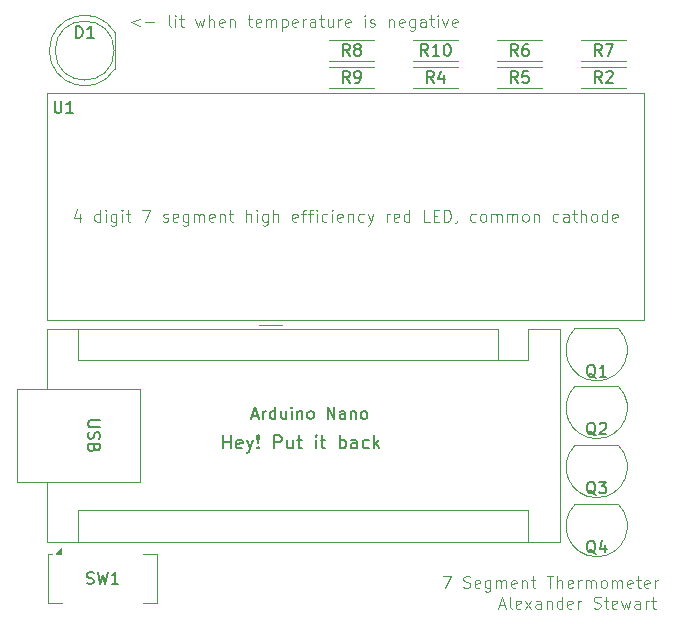
<source format=gbr>
%TF.GenerationSoftware,KiCad,Pcbnew,9.0.4*%
%TF.CreationDate,2025-09-23T13:55:46-04:00*%
%TF.ProjectId,Thermometer,54686572-6d6f-46d6-9574-65722e6b6963,rev?*%
%TF.SameCoordinates,Original*%
%TF.FileFunction,Legend,Top*%
%TF.FilePolarity,Positive*%
%FSLAX46Y46*%
G04 Gerber Fmt 4.6, Leading zero omitted, Abs format (unit mm)*
G04 Created by KiCad (PCBNEW 9.0.4) date 2025-09-23 13:55:46*
%MOMM*%
%LPD*%
G01*
G04 APERTURE LIST*
%ADD10C,0.100000*%
%ADD11C,0.200000*%
%ADD12C,0.150000*%
%ADD13C,0.120000*%
G04 APERTURE END LIST*
D10*
X93315789Y-68955752D02*
X92553884Y-69241466D01*
X92553884Y-69241466D02*
X93315789Y-69527180D01*
X93791979Y-69241466D02*
X94553884Y-69241466D01*
X95934836Y-69622419D02*
X95839598Y-69574800D01*
X95839598Y-69574800D02*
X95791979Y-69479561D01*
X95791979Y-69479561D02*
X95791979Y-68622419D01*
X96315789Y-69622419D02*
X96315789Y-68955752D01*
X96315789Y-68622419D02*
X96268170Y-68670038D01*
X96268170Y-68670038D02*
X96315789Y-68717657D01*
X96315789Y-68717657D02*
X96363408Y-68670038D01*
X96363408Y-68670038D02*
X96315789Y-68622419D01*
X96315789Y-68622419D02*
X96315789Y-68717657D01*
X96649122Y-68955752D02*
X97030074Y-68955752D01*
X96791979Y-68622419D02*
X96791979Y-69479561D01*
X96791979Y-69479561D02*
X96839598Y-69574800D01*
X96839598Y-69574800D02*
X96934836Y-69622419D01*
X96934836Y-69622419D02*
X97030074Y-69622419D01*
X98030075Y-68955752D02*
X98220551Y-69622419D01*
X98220551Y-69622419D02*
X98411027Y-69146228D01*
X98411027Y-69146228D02*
X98601503Y-69622419D01*
X98601503Y-69622419D02*
X98791979Y-68955752D01*
X99172932Y-69622419D02*
X99172932Y-68622419D01*
X99601503Y-69622419D02*
X99601503Y-69098609D01*
X99601503Y-69098609D02*
X99553884Y-69003371D01*
X99553884Y-69003371D02*
X99458646Y-68955752D01*
X99458646Y-68955752D02*
X99315789Y-68955752D01*
X99315789Y-68955752D02*
X99220551Y-69003371D01*
X99220551Y-69003371D02*
X99172932Y-69050990D01*
X100458646Y-69574800D02*
X100363408Y-69622419D01*
X100363408Y-69622419D02*
X100172932Y-69622419D01*
X100172932Y-69622419D02*
X100077694Y-69574800D01*
X100077694Y-69574800D02*
X100030075Y-69479561D01*
X100030075Y-69479561D02*
X100030075Y-69098609D01*
X100030075Y-69098609D02*
X100077694Y-69003371D01*
X100077694Y-69003371D02*
X100172932Y-68955752D01*
X100172932Y-68955752D02*
X100363408Y-68955752D01*
X100363408Y-68955752D02*
X100458646Y-69003371D01*
X100458646Y-69003371D02*
X100506265Y-69098609D01*
X100506265Y-69098609D02*
X100506265Y-69193847D01*
X100506265Y-69193847D02*
X100030075Y-69289085D01*
X100934837Y-68955752D02*
X100934837Y-69622419D01*
X100934837Y-69050990D02*
X100982456Y-69003371D01*
X100982456Y-69003371D02*
X101077694Y-68955752D01*
X101077694Y-68955752D02*
X101220551Y-68955752D01*
X101220551Y-68955752D02*
X101315789Y-69003371D01*
X101315789Y-69003371D02*
X101363408Y-69098609D01*
X101363408Y-69098609D02*
X101363408Y-69622419D01*
X102458647Y-68955752D02*
X102839599Y-68955752D01*
X102601504Y-68622419D02*
X102601504Y-69479561D01*
X102601504Y-69479561D02*
X102649123Y-69574800D01*
X102649123Y-69574800D02*
X102744361Y-69622419D01*
X102744361Y-69622419D02*
X102839599Y-69622419D01*
X103553885Y-69574800D02*
X103458647Y-69622419D01*
X103458647Y-69622419D02*
X103268171Y-69622419D01*
X103268171Y-69622419D02*
X103172933Y-69574800D01*
X103172933Y-69574800D02*
X103125314Y-69479561D01*
X103125314Y-69479561D02*
X103125314Y-69098609D01*
X103125314Y-69098609D02*
X103172933Y-69003371D01*
X103172933Y-69003371D02*
X103268171Y-68955752D01*
X103268171Y-68955752D02*
X103458647Y-68955752D01*
X103458647Y-68955752D02*
X103553885Y-69003371D01*
X103553885Y-69003371D02*
X103601504Y-69098609D01*
X103601504Y-69098609D02*
X103601504Y-69193847D01*
X103601504Y-69193847D02*
X103125314Y-69289085D01*
X104030076Y-69622419D02*
X104030076Y-68955752D01*
X104030076Y-69050990D02*
X104077695Y-69003371D01*
X104077695Y-69003371D02*
X104172933Y-68955752D01*
X104172933Y-68955752D02*
X104315790Y-68955752D01*
X104315790Y-68955752D02*
X104411028Y-69003371D01*
X104411028Y-69003371D02*
X104458647Y-69098609D01*
X104458647Y-69098609D02*
X104458647Y-69622419D01*
X104458647Y-69098609D02*
X104506266Y-69003371D01*
X104506266Y-69003371D02*
X104601504Y-68955752D01*
X104601504Y-68955752D02*
X104744361Y-68955752D01*
X104744361Y-68955752D02*
X104839600Y-69003371D01*
X104839600Y-69003371D02*
X104887219Y-69098609D01*
X104887219Y-69098609D02*
X104887219Y-69622419D01*
X105363409Y-68955752D02*
X105363409Y-69955752D01*
X105363409Y-69003371D02*
X105458647Y-68955752D01*
X105458647Y-68955752D02*
X105649123Y-68955752D01*
X105649123Y-68955752D02*
X105744361Y-69003371D01*
X105744361Y-69003371D02*
X105791980Y-69050990D01*
X105791980Y-69050990D02*
X105839599Y-69146228D01*
X105839599Y-69146228D02*
X105839599Y-69431942D01*
X105839599Y-69431942D02*
X105791980Y-69527180D01*
X105791980Y-69527180D02*
X105744361Y-69574800D01*
X105744361Y-69574800D02*
X105649123Y-69622419D01*
X105649123Y-69622419D02*
X105458647Y-69622419D01*
X105458647Y-69622419D02*
X105363409Y-69574800D01*
X106649123Y-69574800D02*
X106553885Y-69622419D01*
X106553885Y-69622419D02*
X106363409Y-69622419D01*
X106363409Y-69622419D02*
X106268171Y-69574800D01*
X106268171Y-69574800D02*
X106220552Y-69479561D01*
X106220552Y-69479561D02*
X106220552Y-69098609D01*
X106220552Y-69098609D02*
X106268171Y-69003371D01*
X106268171Y-69003371D02*
X106363409Y-68955752D01*
X106363409Y-68955752D02*
X106553885Y-68955752D01*
X106553885Y-68955752D02*
X106649123Y-69003371D01*
X106649123Y-69003371D02*
X106696742Y-69098609D01*
X106696742Y-69098609D02*
X106696742Y-69193847D01*
X106696742Y-69193847D02*
X106220552Y-69289085D01*
X107125314Y-69622419D02*
X107125314Y-68955752D01*
X107125314Y-69146228D02*
X107172933Y-69050990D01*
X107172933Y-69050990D02*
X107220552Y-69003371D01*
X107220552Y-69003371D02*
X107315790Y-68955752D01*
X107315790Y-68955752D02*
X107411028Y-68955752D01*
X108172933Y-69622419D02*
X108172933Y-69098609D01*
X108172933Y-69098609D02*
X108125314Y-69003371D01*
X108125314Y-69003371D02*
X108030076Y-68955752D01*
X108030076Y-68955752D02*
X107839600Y-68955752D01*
X107839600Y-68955752D02*
X107744362Y-69003371D01*
X108172933Y-69574800D02*
X108077695Y-69622419D01*
X108077695Y-69622419D02*
X107839600Y-69622419D01*
X107839600Y-69622419D02*
X107744362Y-69574800D01*
X107744362Y-69574800D02*
X107696743Y-69479561D01*
X107696743Y-69479561D02*
X107696743Y-69384323D01*
X107696743Y-69384323D02*
X107744362Y-69289085D01*
X107744362Y-69289085D02*
X107839600Y-69241466D01*
X107839600Y-69241466D02*
X108077695Y-69241466D01*
X108077695Y-69241466D02*
X108172933Y-69193847D01*
X108506267Y-68955752D02*
X108887219Y-68955752D01*
X108649124Y-68622419D02*
X108649124Y-69479561D01*
X108649124Y-69479561D02*
X108696743Y-69574800D01*
X108696743Y-69574800D02*
X108791981Y-69622419D01*
X108791981Y-69622419D02*
X108887219Y-69622419D01*
X109649124Y-68955752D02*
X109649124Y-69622419D01*
X109220553Y-68955752D02*
X109220553Y-69479561D01*
X109220553Y-69479561D02*
X109268172Y-69574800D01*
X109268172Y-69574800D02*
X109363410Y-69622419D01*
X109363410Y-69622419D02*
X109506267Y-69622419D01*
X109506267Y-69622419D02*
X109601505Y-69574800D01*
X109601505Y-69574800D02*
X109649124Y-69527180D01*
X110125315Y-69622419D02*
X110125315Y-68955752D01*
X110125315Y-69146228D02*
X110172934Y-69050990D01*
X110172934Y-69050990D02*
X110220553Y-69003371D01*
X110220553Y-69003371D02*
X110315791Y-68955752D01*
X110315791Y-68955752D02*
X110411029Y-68955752D01*
X111125315Y-69574800D02*
X111030077Y-69622419D01*
X111030077Y-69622419D02*
X110839601Y-69622419D01*
X110839601Y-69622419D02*
X110744363Y-69574800D01*
X110744363Y-69574800D02*
X110696744Y-69479561D01*
X110696744Y-69479561D02*
X110696744Y-69098609D01*
X110696744Y-69098609D02*
X110744363Y-69003371D01*
X110744363Y-69003371D02*
X110839601Y-68955752D01*
X110839601Y-68955752D02*
X111030077Y-68955752D01*
X111030077Y-68955752D02*
X111125315Y-69003371D01*
X111125315Y-69003371D02*
X111172934Y-69098609D01*
X111172934Y-69098609D02*
X111172934Y-69193847D01*
X111172934Y-69193847D02*
X110696744Y-69289085D01*
X112363411Y-69622419D02*
X112363411Y-68955752D01*
X112363411Y-68622419D02*
X112315792Y-68670038D01*
X112315792Y-68670038D02*
X112363411Y-68717657D01*
X112363411Y-68717657D02*
X112411030Y-68670038D01*
X112411030Y-68670038D02*
X112363411Y-68622419D01*
X112363411Y-68622419D02*
X112363411Y-68717657D01*
X112791982Y-69574800D02*
X112887220Y-69622419D01*
X112887220Y-69622419D02*
X113077696Y-69622419D01*
X113077696Y-69622419D02*
X113172934Y-69574800D01*
X113172934Y-69574800D02*
X113220553Y-69479561D01*
X113220553Y-69479561D02*
X113220553Y-69431942D01*
X113220553Y-69431942D02*
X113172934Y-69336704D01*
X113172934Y-69336704D02*
X113077696Y-69289085D01*
X113077696Y-69289085D02*
X112934839Y-69289085D01*
X112934839Y-69289085D02*
X112839601Y-69241466D01*
X112839601Y-69241466D02*
X112791982Y-69146228D01*
X112791982Y-69146228D02*
X112791982Y-69098609D01*
X112791982Y-69098609D02*
X112839601Y-69003371D01*
X112839601Y-69003371D02*
X112934839Y-68955752D01*
X112934839Y-68955752D02*
X113077696Y-68955752D01*
X113077696Y-68955752D02*
X113172934Y-69003371D01*
X114411030Y-68955752D02*
X114411030Y-69622419D01*
X114411030Y-69050990D02*
X114458649Y-69003371D01*
X114458649Y-69003371D02*
X114553887Y-68955752D01*
X114553887Y-68955752D02*
X114696744Y-68955752D01*
X114696744Y-68955752D02*
X114791982Y-69003371D01*
X114791982Y-69003371D02*
X114839601Y-69098609D01*
X114839601Y-69098609D02*
X114839601Y-69622419D01*
X115696744Y-69574800D02*
X115601506Y-69622419D01*
X115601506Y-69622419D02*
X115411030Y-69622419D01*
X115411030Y-69622419D02*
X115315792Y-69574800D01*
X115315792Y-69574800D02*
X115268173Y-69479561D01*
X115268173Y-69479561D02*
X115268173Y-69098609D01*
X115268173Y-69098609D02*
X115315792Y-69003371D01*
X115315792Y-69003371D02*
X115411030Y-68955752D01*
X115411030Y-68955752D02*
X115601506Y-68955752D01*
X115601506Y-68955752D02*
X115696744Y-69003371D01*
X115696744Y-69003371D02*
X115744363Y-69098609D01*
X115744363Y-69098609D02*
X115744363Y-69193847D01*
X115744363Y-69193847D02*
X115268173Y-69289085D01*
X116601506Y-68955752D02*
X116601506Y-69765276D01*
X116601506Y-69765276D02*
X116553887Y-69860514D01*
X116553887Y-69860514D02*
X116506268Y-69908133D01*
X116506268Y-69908133D02*
X116411030Y-69955752D01*
X116411030Y-69955752D02*
X116268173Y-69955752D01*
X116268173Y-69955752D02*
X116172935Y-69908133D01*
X116601506Y-69574800D02*
X116506268Y-69622419D01*
X116506268Y-69622419D02*
X116315792Y-69622419D01*
X116315792Y-69622419D02*
X116220554Y-69574800D01*
X116220554Y-69574800D02*
X116172935Y-69527180D01*
X116172935Y-69527180D02*
X116125316Y-69431942D01*
X116125316Y-69431942D02*
X116125316Y-69146228D01*
X116125316Y-69146228D02*
X116172935Y-69050990D01*
X116172935Y-69050990D02*
X116220554Y-69003371D01*
X116220554Y-69003371D02*
X116315792Y-68955752D01*
X116315792Y-68955752D02*
X116506268Y-68955752D01*
X116506268Y-68955752D02*
X116601506Y-69003371D01*
X117506268Y-69622419D02*
X117506268Y-69098609D01*
X117506268Y-69098609D02*
X117458649Y-69003371D01*
X117458649Y-69003371D02*
X117363411Y-68955752D01*
X117363411Y-68955752D02*
X117172935Y-68955752D01*
X117172935Y-68955752D02*
X117077697Y-69003371D01*
X117506268Y-69574800D02*
X117411030Y-69622419D01*
X117411030Y-69622419D02*
X117172935Y-69622419D01*
X117172935Y-69622419D02*
X117077697Y-69574800D01*
X117077697Y-69574800D02*
X117030078Y-69479561D01*
X117030078Y-69479561D02*
X117030078Y-69384323D01*
X117030078Y-69384323D02*
X117077697Y-69289085D01*
X117077697Y-69289085D02*
X117172935Y-69241466D01*
X117172935Y-69241466D02*
X117411030Y-69241466D01*
X117411030Y-69241466D02*
X117506268Y-69193847D01*
X117839602Y-68955752D02*
X118220554Y-68955752D01*
X117982459Y-68622419D02*
X117982459Y-69479561D01*
X117982459Y-69479561D02*
X118030078Y-69574800D01*
X118030078Y-69574800D02*
X118125316Y-69622419D01*
X118125316Y-69622419D02*
X118220554Y-69622419D01*
X118553888Y-69622419D02*
X118553888Y-68955752D01*
X118553888Y-68622419D02*
X118506269Y-68670038D01*
X118506269Y-68670038D02*
X118553888Y-68717657D01*
X118553888Y-68717657D02*
X118601507Y-68670038D01*
X118601507Y-68670038D02*
X118553888Y-68622419D01*
X118553888Y-68622419D02*
X118553888Y-68717657D01*
X118934840Y-68955752D02*
X119172935Y-69622419D01*
X119172935Y-69622419D02*
X119411030Y-68955752D01*
X120172935Y-69574800D02*
X120077697Y-69622419D01*
X120077697Y-69622419D02*
X119887221Y-69622419D01*
X119887221Y-69622419D02*
X119791983Y-69574800D01*
X119791983Y-69574800D02*
X119744364Y-69479561D01*
X119744364Y-69479561D02*
X119744364Y-69098609D01*
X119744364Y-69098609D02*
X119791983Y-69003371D01*
X119791983Y-69003371D02*
X119887221Y-68955752D01*
X119887221Y-68955752D02*
X120077697Y-68955752D01*
X120077697Y-68955752D02*
X120172935Y-69003371D01*
X120172935Y-69003371D02*
X120220554Y-69098609D01*
X120220554Y-69098609D02*
X120220554Y-69193847D01*
X120220554Y-69193847D02*
X119744364Y-69289085D01*
X88232455Y-85455752D02*
X88232455Y-86122419D01*
X87994360Y-85074800D02*
X87756265Y-85789085D01*
X87756265Y-85789085D02*
X88375312Y-85789085D01*
X89946741Y-86122419D02*
X89946741Y-85122419D01*
X89946741Y-86074800D02*
X89851503Y-86122419D01*
X89851503Y-86122419D02*
X89661027Y-86122419D01*
X89661027Y-86122419D02*
X89565789Y-86074800D01*
X89565789Y-86074800D02*
X89518170Y-86027180D01*
X89518170Y-86027180D02*
X89470551Y-85931942D01*
X89470551Y-85931942D02*
X89470551Y-85646228D01*
X89470551Y-85646228D02*
X89518170Y-85550990D01*
X89518170Y-85550990D02*
X89565789Y-85503371D01*
X89565789Y-85503371D02*
X89661027Y-85455752D01*
X89661027Y-85455752D02*
X89851503Y-85455752D01*
X89851503Y-85455752D02*
X89946741Y-85503371D01*
X90422932Y-86122419D02*
X90422932Y-85455752D01*
X90422932Y-85122419D02*
X90375313Y-85170038D01*
X90375313Y-85170038D02*
X90422932Y-85217657D01*
X90422932Y-85217657D02*
X90470551Y-85170038D01*
X90470551Y-85170038D02*
X90422932Y-85122419D01*
X90422932Y-85122419D02*
X90422932Y-85217657D01*
X91327693Y-85455752D02*
X91327693Y-86265276D01*
X91327693Y-86265276D02*
X91280074Y-86360514D01*
X91280074Y-86360514D02*
X91232455Y-86408133D01*
X91232455Y-86408133D02*
X91137217Y-86455752D01*
X91137217Y-86455752D02*
X90994360Y-86455752D01*
X90994360Y-86455752D02*
X90899122Y-86408133D01*
X91327693Y-86074800D02*
X91232455Y-86122419D01*
X91232455Y-86122419D02*
X91041979Y-86122419D01*
X91041979Y-86122419D02*
X90946741Y-86074800D01*
X90946741Y-86074800D02*
X90899122Y-86027180D01*
X90899122Y-86027180D02*
X90851503Y-85931942D01*
X90851503Y-85931942D02*
X90851503Y-85646228D01*
X90851503Y-85646228D02*
X90899122Y-85550990D01*
X90899122Y-85550990D02*
X90946741Y-85503371D01*
X90946741Y-85503371D02*
X91041979Y-85455752D01*
X91041979Y-85455752D02*
X91232455Y-85455752D01*
X91232455Y-85455752D02*
X91327693Y-85503371D01*
X91803884Y-86122419D02*
X91803884Y-85455752D01*
X91803884Y-85122419D02*
X91756265Y-85170038D01*
X91756265Y-85170038D02*
X91803884Y-85217657D01*
X91803884Y-85217657D02*
X91851503Y-85170038D01*
X91851503Y-85170038D02*
X91803884Y-85122419D01*
X91803884Y-85122419D02*
X91803884Y-85217657D01*
X92137217Y-85455752D02*
X92518169Y-85455752D01*
X92280074Y-85122419D02*
X92280074Y-85979561D01*
X92280074Y-85979561D02*
X92327693Y-86074800D01*
X92327693Y-86074800D02*
X92422931Y-86122419D01*
X92422931Y-86122419D02*
X92518169Y-86122419D01*
X93518170Y-85122419D02*
X94184836Y-85122419D01*
X94184836Y-85122419D02*
X93756265Y-86122419D01*
X95280075Y-86074800D02*
X95375313Y-86122419D01*
X95375313Y-86122419D02*
X95565789Y-86122419D01*
X95565789Y-86122419D02*
X95661027Y-86074800D01*
X95661027Y-86074800D02*
X95708646Y-85979561D01*
X95708646Y-85979561D02*
X95708646Y-85931942D01*
X95708646Y-85931942D02*
X95661027Y-85836704D01*
X95661027Y-85836704D02*
X95565789Y-85789085D01*
X95565789Y-85789085D02*
X95422932Y-85789085D01*
X95422932Y-85789085D02*
X95327694Y-85741466D01*
X95327694Y-85741466D02*
X95280075Y-85646228D01*
X95280075Y-85646228D02*
X95280075Y-85598609D01*
X95280075Y-85598609D02*
X95327694Y-85503371D01*
X95327694Y-85503371D02*
X95422932Y-85455752D01*
X95422932Y-85455752D02*
X95565789Y-85455752D01*
X95565789Y-85455752D02*
X95661027Y-85503371D01*
X96518170Y-86074800D02*
X96422932Y-86122419D01*
X96422932Y-86122419D02*
X96232456Y-86122419D01*
X96232456Y-86122419D02*
X96137218Y-86074800D01*
X96137218Y-86074800D02*
X96089599Y-85979561D01*
X96089599Y-85979561D02*
X96089599Y-85598609D01*
X96089599Y-85598609D02*
X96137218Y-85503371D01*
X96137218Y-85503371D02*
X96232456Y-85455752D01*
X96232456Y-85455752D02*
X96422932Y-85455752D01*
X96422932Y-85455752D02*
X96518170Y-85503371D01*
X96518170Y-85503371D02*
X96565789Y-85598609D01*
X96565789Y-85598609D02*
X96565789Y-85693847D01*
X96565789Y-85693847D02*
X96089599Y-85789085D01*
X97422932Y-85455752D02*
X97422932Y-86265276D01*
X97422932Y-86265276D02*
X97375313Y-86360514D01*
X97375313Y-86360514D02*
X97327694Y-86408133D01*
X97327694Y-86408133D02*
X97232456Y-86455752D01*
X97232456Y-86455752D02*
X97089599Y-86455752D01*
X97089599Y-86455752D02*
X96994361Y-86408133D01*
X97422932Y-86074800D02*
X97327694Y-86122419D01*
X97327694Y-86122419D02*
X97137218Y-86122419D01*
X97137218Y-86122419D02*
X97041980Y-86074800D01*
X97041980Y-86074800D02*
X96994361Y-86027180D01*
X96994361Y-86027180D02*
X96946742Y-85931942D01*
X96946742Y-85931942D02*
X96946742Y-85646228D01*
X96946742Y-85646228D02*
X96994361Y-85550990D01*
X96994361Y-85550990D02*
X97041980Y-85503371D01*
X97041980Y-85503371D02*
X97137218Y-85455752D01*
X97137218Y-85455752D02*
X97327694Y-85455752D01*
X97327694Y-85455752D02*
X97422932Y-85503371D01*
X97899123Y-86122419D02*
X97899123Y-85455752D01*
X97899123Y-85550990D02*
X97946742Y-85503371D01*
X97946742Y-85503371D02*
X98041980Y-85455752D01*
X98041980Y-85455752D02*
X98184837Y-85455752D01*
X98184837Y-85455752D02*
X98280075Y-85503371D01*
X98280075Y-85503371D02*
X98327694Y-85598609D01*
X98327694Y-85598609D02*
X98327694Y-86122419D01*
X98327694Y-85598609D02*
X98375313Y-85503371D01*
X98375313Y-85503371D02*
X98470551Y-85455752D01*
X98470551Y-85455752D02*
X98613408Y-85455752D01*
X98613408Y-85455752D02*
X98708647Y-85503371D01*
X98708647Y-85503371D02*
X98756266Y-85598609D01*
X98756266Y-85598609D02*
X98756266Y-86122419D01*
X99613408Y-86074800D02*
X99518170Y-86122419D01*
X99518170Y-86122419D02*
X99327694Y-86122419D01*
X99327694Y-86122419D02*
X99232456Y-86074800D01*
X99232456Y-86074800D02*
X99184837Y-85979561D01*
X99184837Y-85979561D02*
X99184837Y-85598609D01*
X99184837Y-85598609D02*
X99232456Y-85503371D01*
X99232456Y-85503371D02*
X99327694Y-85455752D01*
X99327694Y-85455752D02*
X99518170Y-85455752D01*
X99518170Y-85455752D02*
X99613408Y-85503371D01*
X99613408Y-85503371D02*
X99661027Y-85598609D01*
X99661027Y-85598609D02*
X99661027Y-85693847D01*
X99661027Y-85693847D02*
X99184837Y-85789085D01*
X100089599Y-85455752D02*
X100089599Y-86122419D01*
X100089599Y-85550990D02*
X100137218Y-85503371D01*
X100137218Y-85503371D02*
X100232456Y-85455752D01*
X100232456Y-85455752D02*
X100375313Y-85455752D01*
X100375313Y-85455752D02*
X100470551Y-85503371D01*
X100470551Y-85503371D02*
X100518170Y-85598609D01*
X100518170Y-85598609D02*
X100518170Y-86122419D01*
X100851504Y-85455752D02*
X101232456Y-85455752D01*
X100994361Y-85122419D02*
X100994361Y-85979561D01*
X100994361Y-85979561D02*
X101041980Y-86074800D01*
X101041980Y-86074800D02*
X101137218Y-86122419D01*
X101137218Y-86122419D02*
X101232456Y-86122419D01*
X102327695Y-86122419D02*
X102327695Y-85122419D01*
X102756266Y-86122419D02*
X102756266Y-85598609D01*
X102756266Y-85598609D02*
X102708647Y-85503371D01*
X102708647Y-85503371D02*
X102613409Y-85455752D01*
X102613409Y-85455752D02*
X102470552Y-85455752D01*
X102470552Y-85455752D02*
X102375314Y-85503371D01*
X102375314Y-85503371D02*
X102327695Y-85550990D01*
X103232457Y-86122419D02*
X103232457Y-85455752D01*
X103232457Y-85122419D02*
X103184838Y-85170038D01*
X103184838Y-85170038D02*
X103232457Y-85217657D01*
X103232457Y-85217657D02*
X103280076Y-85170038D01*
X103280076Y-85170038D02*
X103232457Y-85122419D01*
X103232457Y-85122419D02*
X103232457Y-85217657D01*
X104137218Y-85455752D02*
X104137218Y-86265276D01*
X104137218Y-86265276D02*
X104089599Y-86360514D01*
X104089599Y-86360514D02*
X104041980Y-86408133D01*
X104041980Y-86408133D02*
X103946742Y-86455752D01*
X103946742Y-86455752D02*
X103803885Y-86455752D01*
X103803885Y-86455752D02*
X103708647Y-86408133D01*
X104137218Y-86074800D02*
X104041980Y-86122419D01*
X104041980Y-86122419D02*
X103851504Y-86122419D01*
X103851504Y-86122419D02*
X103756266Y-86074800D01*
X103756266Y-86074800D02*
X103708647Y-86027180D01*
X103708647Y-86027180D02*
X103661028Y-85931942D01*
X103661028Y-85931942D02*
X103661028Y-85646228D01*
X103661028Y-85646228D02*
X103708647Y-85550990D01*
X103708647Y-85550990D02*
X103756266Y-85503371D01*
X103756266Y-85503371D02*
X103851504Y-85455752D01*
X103851504Y-85455752D02*
X104041980Y-85455752D01*
X104041980Y-85455752D02*
X104137218Y-85503371D01*
X104613409Y-86122419D02*
X104613409Y-85122419D01*
X105041980Y-86122419D02*
X105041980Y-85598609D01*
X105041980Y-85598609D02*
X104994361Y-85503371D01*
X104994361Y-85503371D02*
X104899123Y-85455752D01*
X104899123Y-85455752D02*
X104756266Y-85455752D01*
X104756266Y-85455752D02*
X104661028Y-85503371D01*
X104661028Y-85503371D02*
X104613409Y-85550990D01*
X106661028Y-86074800D02*
X106565790Y-86122419D01*
X106565790Y-86122419D02*
X106375314Y-86122419D01*
X106375314Y-86122419D02*
X106280076Y-86074800D01*
X106280076Y-86074800D02*
X106232457Y-85979561D01*
X106232457Y-85979561D02*
X106232457Y-85598609D01*
X106232457Y-85598609D02*
X106280076Y-85503371D01*
X106280076Y-85503371D02*
X106375314Y-85455752D01*
X106375314Y-85455752D02*
X106565790Y-85455752D01*
X106565790Y-85455752D02*
X106661028Y-85503371D01*
X106661028Y-85503371D02*
X106708647Y-85598609D01*
X106708647Y-85598609D02*
X106708647Y-85693847D01*
X106708647Y-85693847D02*
X106232457Y-85789085D01*
X106994362Y-85455752D02*
X107375314Y-85455752D01*
X107137219Y-86122419D02*
X107137219Y-85265276D01*
X107137219Y-85265276D02*
X107184838Y-85170038D01*
X107184838Y-85170038D02*
X107280076Y-85122419D01*
X107280076Y-85122419D02*
X107375314Y-85122419D01*
X107565791Y-85455752D02*
X107946743Y-85455752D01*
X107708648Y-86122419D02*
X107708648Y-85265276D01*
X107708648Y-85265276D02*
X107756267Y-85170038D01*
X107756267Y-85170038D02*
X107851505Y-85122419D01*
X107851505Y-85122419D02*
X107946743Y-85122419D01*
X108280077Y-86122419D02*
X108280077Y-85455752D01*
X108280077Y-85122419D02*
X108232458Y-85170038D01*
X108232458Y-85170038D02*
X108280077Y-85217657D01*
X108280077Y-85217657D02*
X108327696Y-85170038D01*
X108327696Y-85170038D02*
X108280077Y-85122419D01*
X108280077Y-85122419D02*
X108280077Y-85217657D01*
X109184838Y-86074800D02*
X109089600Y-86122419D01*
X109089600Y-86122419D02*
X108899124Y-86122419D01*
X108899124Y-86122419D02*
X108803886Y-86074800D01*
X108803886Y-86074800D02*
X108756267Y-86027180D01*
X108756267Y-86027180D02*
X108708648Y-85931942D01*
X108708648Y-85931942D02*
X108708648Y-85646228D01*
X108708648Y-85646228D02*
X108756267Y-85550990D01*
X108756267Y-85550990D02*
X108803886Y-85503371D01*
X108803886Y-85503371D02*
X108899124Y-85455752D01*
X108899124Y-85455752D02*
X109089600Y-85455752D01*
X109089600Y-85455752D02*
X109184838Y-85503371D01*
X109613410Y-86122419D02*
X109613410Y-85455752D01*
X109613410Y-85122419D02*
X109565791Y-85170038D01*
X109565791Y-85170038D02*
X109613410Y-85217657D01*
X109613410Y-85217657D02*
X109661029Y-85170038D01*
X109661029Y-85170038D02*
X109613410Y-85122419D01*
X109613410Y-85122419D02*
X109613410Y-85217657D01*
X110470552Y-86074800D02*
X110375314Y-86122419D01*
X110375314Y-86122419D02*
X110184838Y-86122419D01*
X110184838Y-86122419D02*
X110089600Y-86074800D01*
X110089600Y-86074800D02*
X110041981Y-85979561D01*
X110041981Y-85979561D02*
X110041981Y-85598609D01*
X110041981Y-85598609D02*
X110089600Y-85503371D01*
X110089600Y-85503371D02*
X110184838Y-85455752D01*
X110184838Y-85455752D02*
X110375314Y-85455752D01*
X110375314Y-85455752D02*
X110470552Y-85503371D01*
X110470552Y-85503371D02*
X110518171Y-85598609D01*
X110518171Y-85598609D02*
X110518171Y-85693847D01*
X110518171Y-85693847D02*
X110041981Y-85789085D01*
X110946743Y-85455752D02*
X110946743Y-86122419D01*
X110946743Y-85550990D02*
X110994362Y-85503371D01*
X110994362Y-85503371D02*
X111089600Y-85455752D01*
X111089600Y-85455752D02*
X111232457Y-85455752D01*
X111232457Y-85455752D02*
X111327695Y-85503371D01*
X111327695Y-85503371D02*
X111375314Y-85598609D01*
X111375314Y-85598609D02*
X111375314Y-86122419D01*
X112280076Y-86074800D02*
X112184838Y-86122419D01*
X112184838Y-86122419D02*
X111994362Y-86122419D01*
X111994362Y-86122419D02*
X111899124Y-86074800D01*
X111899124Y-86074800D02*
X111851505Y-86027180D01*
X111851505Y-86027180D02*
X111803886Y-85931942D01*
X111803886Y-85931942D02*
X111803886Y-85646228D01*
X111803886Y-85646228D02*
X111851505Y-85550990D01*
X111851505Y-85550990D02*
X111899124Y-85503371D01*
X111899124Y-85503371D02*
X111994362Y-85455752D01*
X111994362Y-85455752D02*
X112184838Y-85455752D01*
X112184838Y-85455752D02*
X112280076Y-85503371D01*
X112613410Y-85455752D02*
X112851505Y-86122419D01*
X113089600Y-85455752D02*
X112851505Y-86122419D01*
X112851505Y-86122419D02*
X112756267Y-86360514D01*
X112756267Y-86360514D02*
X112708648Y-86408133D01*
X112708648Y-86408133D02*
X112613410Y-86455752D01*
X114232458Y-86122419D02*
X114232458Y-85455752D01*
X114232458Y-85646228D02*
X114280077Y-85550990D01*
X114280077Y-85550990D02*
X114327696Y-85503371D01*
X114327696Y-85503371D02*
X114422934Y-85455752D01*
X114422934Y-85455752D02*
X114518172Y-85455752D01*
X115232458Y-86074800D02*
X115137220Y-86122419D01*
X115137220Y-86122419D02*
X114946744Y-86122419D01*
X114946744Y-86122419D02*
X114851506Y-86074800D01*
X114851506Y-86074800D02*
X114803887Y-85979561D01*
X114803887Y-85979561D02*
X114803887Y-85598609D01*
X114803887Y-85598609D02*
X114851506Y-85503371D01*
X114851506Y-85503371D02*
X114946744Y-85455752D01*
X114946744Y-85455752D02*
X115137220Y-85455752D01*
X115137220Y-85455752D02*
X115232458Y-85503371D01*
X115232458Y-85503371D02*
X115280077Y-85598609D01*
X115280077Y-85598609D02*
X115280077Y-85693847D01*
X115280077Y-85693847D02*
X114803887Y-85789085D01*
X116137220Y-86122419D02*
X116137220Y-85122419D01*
X116137220Y-86074800D02*
X116041982Y-86122419D01*
X116041982Y-86122419D02*
X115851506Y-86122419D01*
X115851506Y-86122419D02*
X115756268Y-86074800D01*
X115756268Y-86074800D02*
X115708649Y-86027180D01*
X115708649Y-86027180D02*
X115661030Y-85931942D01*
X115661030Y-85931942D02*
X115661030Y-85646228D01*
X115661030Y-85646228D02*
X115708649Y-85550990D01*
X115708649Y-85550990D02*
X115756268Y-85503371D01*
X115756268Y-85503371D02*
X115851506Y-85455752D01*
X115851506Y-85455752D02*
X116041982Y-85455752D01*
X116041982Y-85455752D02*
X116137220Y-85503371D01*
X117851506Y-86122419D02*
X117375316Y-86122419D01*
X117375316Y-86122419D02*
X117375316Y-85122419D01*
X118184840Y-85598609D02*
X118518173Y-85598609D01*
X118661030Y-86122419D02*
X118184840Y-86122419D01*
X118184840Y-86122419D02*
X118184840Y-85122419D01*
X118184840Y-85122419D02*
X118661030Y-85122419D01*
X119089602Y-86122419D02*
X119089602Y-85122419D01*
X119089602Y-85122419D02*
X119327697Y-85122419D01*
X119327697Y-85122419D02*
X119470554Y-85170038D01*
X119470554Y-85170038D02*
X119565792Y-85265276D01*
X119565792Y-85265276D02*
X119613411Y-85360514D01*
X119613411Y-85360514D02*
X119661030Y-85550990D01*
X119661030Y-85550990D02*
X119661030Y-85693847D01*
X119661030Y-85693847D02*
X119613411Y-85884323D01*
X119613411Y-85884323D02*
X119565792Y-85979561D01*
X119565792Y-85979561D02*
X119470554Y-86074800D01*
X119470554Y-86074800D02*
X119327697Y-86122419D01*
X119327697Y-86122419D02*
X119089602Y-86122419D01*
X120137221Y-86074800D02*
X120137221Y-86122419D01*
X120137221Y-86122419D02*
X120089602Y-86217657D01*
X120089602Y-86217657D02*
X120041983Y-86265276D01*
X121756268Y-86074800D02*
X121661030Y-86122419D01*
X121661030Y-86122419D02*
X121470554Y-86122419D01*
X121470554Y-86122419D02*
X121375316Y-86074800D01*
X121375316Y-86074800D02*
X121327697Y-86027180D01*
X121327697Y-86027180D02*
X121280078Y-85931942D01*
X121280078Y-85931942D02*
X121280078Y-85646228D01*
X121280078Y-85646228D02*
X121327697Y-85550990D01*
X121327697Y-85550990D02*
X121375316Y-85503371D01*
X121375316Y-85503371D02*
X121470554Y-85455752D01*
X121470554Y-85455752D02*
X121661030Y-85455752D01*
X121661030Y-85455752D02*
X121756268Y-85503371D01*
X122327697Y-86122419D02*
X122232459Y-86074800D01*
X122232459Y-86074800D02*
X122184840Y-86027180D01*
X122184840Y-86027180D02*
X122137221Y-85931942D01*
X122137221Y-85931942D02*
X122137221Y-85646228D01*
X122137221Y-85646228D02*
X122184840Y-85550990D01*
X122184840Y-85550990D02*
X122232459Y-85503371D01*
X122232459Y-85503371D02*
X122327697Y-85455752D01*
X122327697Y-85455752D02*
X122470554Y-85455752D01*
X122470554Y-85455752D02*
X122565792Y-85503371D01*
X122565792Y-85503371D02*
X122613411Y-85550990D01*
X122613411Y-85550990D02*
X122661030Y-85646228D01*
X122661030Y-85646228D02*
X122661030Y-85931942D01*
X122661030Y-85931942D02*
X122613411Y-86027180D01*
X122613411Y-86027180D02*
X122565792Y-86074800D01*
X122565792Y-86074800D02*
X122470554Y-86122419D01*
X122470554Y-86122419D02*
X122327697Y-86122419D01*
X123089602Y-86122419D02*
X123089602Y-85455752D01*
X123089602Y-85550990D02*
X123137221Y-85503371D01*
X123137221Y-85503371D02*
X123232459Y-85455752D01*
X123232459Y-85455752D02*
X123375316Y-85455752D01*
X123375316Y-85455752D02*
X123470554Y-85503371D01*
X123470554Y-85503371D02*
X123518173Y-85598609D01*
X123518173Y-85598609D02*
X123518173Y-86122419D01*
X123518173Y-85598609D02*
X123565792Y-85503371D01*
X123565792Y-85503371D02*
X123661030Y-85455752D01*
X123661030Y-85455752D02*
X123803887Y-85455752D01*
X123803887Y-85455752D02*
X123899126Y-85503371D01*
X123899126Y-85503371D02*
X123946745Y-85598609D01*
X123946745Y-85598609D02*
X123946745Y-86122419D01*
X124422935Y-86122419D02*
X124422935Y-85455752D01*
X124422935Y-85550990D02*
X124470554Y-85503371D01*
X124470554Y-85503371D02*
X124565792Y-85455752D01*
X124565792Y-85455752D02*
X124708649Y-85455752D01*
X124708649Y-85455752D02*
X124803887Y-85503371D01*
X124803887Y-85503371D02*
X124851506Y-85598609D01*
X124851506Y-85598609D02*
X124851506Y-86122419D01*
X124851506Y-85598609D02*
X124899125Y-85503371D01*
X124899125Y-85503371D02*
X124994363Y-85455752D01*
X124994363Y-85455752D02*
X125137220Y-85455752D01*
X125137220Y-85455752D02*
X125232459Y-85503371D01*
X125232459Y-85503371D02*
X125280078Y-85598609D01*
X125280078Y-85598609D02*
X125280078Y-86122419D01*
X125899125Y-86122419D02*
X125803887Y-86074800D01*
X125803887Y-86074800D02*
X125756268Y-86027180D01*
X125756268Y-86027180D02*
X125708649Y-85931942D01*
X125708649Y-85931942D02*
X125708649Y-85646228D01*
X125708649Y-85646228D02*
X125756268Y-85550990D01*
X125756268Y-85550990D02*
X125803887Y-85503371D01*
X125803887Y-85503371D02*
X125899125Y-85455752D01*
X125899125Y-85455752D02*
X126041982Y-85455752D01*
X126041982Y-85455752D02*
X126137220Y-85503371D01*
X126137220Y-85503371D02*
X126184839Y-85550990D01*
X126184839Y-85550990D02*
X126232458Y-85646228D01*
X126232458Y-85646228D02*
X126232458Y-85931942D01*
X126232458Y-85931942D02*
X126184839Y-86027180D01*
X126184839Y-86027180D02*
X126137220Y-86074800D01*
X126137220Y-86074800D02*
X126041982Y-86122419D01*
X126041982Y-86122419D02*
X125899125Y-86122419D01*
X126661030Y-85455752D02*
X126661030Y-86122419D01*
X126661030Y-85550990D02*
X126708649Y-85503371D01*
X126708649Y-85503371D02*
X126803887Y-85455752D01*
X126803887Y-85455752D02*
X126946744Y-85455752D01*
X126946744Y-85455752D02*
X127041982Y-85503371D01*
X127041982Y-85503371D02*
X127089601Y-85598609D01*
X127089601Y-85598609D02*
X127089601Y-86122419D01*
X128756268Y-86074800D02*
X128661030Y-86122419D01*
X128661030Y-86122419D02*
X128470554Y-86122419D01*
X128470554Y-86122419D02*
X128375316Y-86074800D01*
X128375316Y-86074800D02*
X128327697Y-86027180D01*
X128327697Y-86027180D02*
X128280078Y-85931942D01*
X128280078Y-85931942D02*
X128280078Y-85646228D01*
X128280078Y-85646228D02*
X128327697Y-85550990D01*
X128327697Y-85550990D02*
X128375316Y-85503371D01*
X128375316Y-85503371D02*
X128470554Y-85455752D01*
X128470554Y-85455752D02*
X128661030Y-85455752D01*
X128661030Y-85455752D02*
X128756268Y-85503371D01*
X129613411Y-86122419D02*
X129613411Y-85598609D01*
X129613411Y-85598609D02*
X129565792Y-85503371D01*
X129565792Y-85503371D02*
X129470554Y-85455752D01*
X129470554Y-85455752D02*
X129280078Y-85455752D01*
X129280078Y-85455752D02*
X129184840Y-85503371D01*
X129613411Y-86074800D02*
X129518173Y-86122419D01*
X129518173Y-86122419D02*
X129280078Y-86122419D01*
X129280078Y-86122419D02*
X129184840Y-86074800D01*
X129184840Y-86074800D02*
X129137221Y-85979561D01*
X129137221Y-85979561D02*
X129137221Y-85884323D01*
X129137221Y-85884323D02*
X129184840Y-85789085D01*
X129184840Y-85789085D02*
X129280078Y-85741466D01*
X129280078Y-85741466D02*
X129518173Y-85741466D01*
X129518173Y-85741466D02*
X129613411Y-85693847D01*
X129946745Y-85455752D02*
X130327697Y-85455752D01*
X130089602Y-85122419D02*
X130089602Y-85979561D01*
X130089602Y-85979561D02*
X130137221Y-86074800D01*
X130137221Y-86074800D02*
X130232459Y-86122419D01*
X130232459Y-86122419D02*
X130327697Y-86122419D01*
X130661031Y-86122419D02*
X130661031Y-85122419D01*
X131089602Y-86122419D02*
X131089602Y-85598609D01*
X131089602Y-85598609D02*
X131041983Y-85503371D01*
X131041983Y-85503371D02*
X130946745Y-85455752D01*
X130946745Y-85455752D02*
X130803888Y-85455752D01*
X130803888Y-85455752D02*
X130708650Y-85503371D01*
X130708650Y-85503371D02*
X130661031Y-85550990D01*
X131708650Y-86122419D02*
X131613412Y-86074800D01*
X131613412Y-86074800D02*
X131565793Y-86027180D01*
X131565793Y-86027180D02*
X131518174Y-85931942D01*
X131518174Y-85931942D02*
X131518174Y-85646228D01*
X131518174Y-85646228D02*
X131565793Y-85550990D01*
X131565793Y-85550990D02*
X131613412Y-85503371D01*
X131613412Y-85503371D02*
X131708650Y-85455752D01*
X131708650Y-85455752D02*
X131851507Y-85455752D01*
X131851507Y-85455752D02*
X131946745Y-85503371D01*
X131946745Y-85503371D02*
X131994364Y-85550990D01*
X131994364Y-85550990D02*
X132041983Y-85646228D01*
X132041983Y-85646228D02*
X132041983Y-85931942D01*
X132041983Y-85931942D02*
X131994364Y-86027180D01*
X131994364Y-86027180D02*
X131946745Y-86074800D01*
X131946745Y-86074800D02*
X131851507Y-86122419D01*
X131851507Y-86122419D02*
X131708650Y-86122419D01*
X132899126Y-86122419D02*
X132899126Y-85122419D01*
X132899126Y-86074800D02*
X132803888Y-86122419D01*
X132803888Y-86122419D02*
X132613412Y-86122419D01*
X132613412Y-86122419D02*
X132518174Y-86074800D01*
X132518174Y-86074800D02*
X132470555Y-86027180D01*
X132470555Y-86027180D02*
X132422936Y-85931942D01*
X132422936Y-85931942D02*
X132422936Y-85646228D01*
X132422936Y-85646228D02*
X132470555Y-85550990D01*
X132470555Y-85550990D02*
X132518174Y-85503371D01*
X132518174Y-85503371D02*
X132613412Y-85455752D01*
X132613412Y-85455752D02*
X132803888Y-85455752D01*
X132803888Y-85455752D02*
X132899126Y-85503371D01*
X133756269Y-86074800D02*
X133661031Y-86122419D01*
X133661031Y-86122419D02*
X133470555Y-86122419D01*
X133470555Y-86122419D02*
X133375317Y-86074800D01*
X133375317Y-86074800D02*
X133327698Y-85979561D01*
X133327698Y-85979561D02*
X133327698Y-85598609D01*
X133327698Y-85598609D02*
X133375317Y-85503371D01*
X133375317Y-85503371D02*
X133470555Y-85455752D01*
X133470555Y-85455752D02*
X133661031Y-85455752D01*
X133661031Y-85455752D02*
X133756269Y-85503371D01*
X133756269Y-85503371D02*
X133803888Y-85598609D01*
X133803888Y-85598609D02*
X133803888Y-85693847D01*
X133803888Y-85693847D02*
X133327698Y-85789085D01*
X118958646Y-116122419D02*
X119625312Y-116122419D01*
X119625312Y-116122419D02*
X119196741Y-117122419D01*
X120720551Y-117074800D02*
X120863408Y-117122419D01*
X120863408Y-117122419D02*
X121101503Y-117122419D01*
X121101503Y-117122419D02*
X121196741Y-117074800D01*
X121196741Y-117074800D02*
X121244360Y-117027180D01*
X121244360Y-117027180D02*
X121291979Y-116931942D01*
X121291979Y-116931942D02*
X121291979Y-116836704D01*
X121291979Y-116836704D02*
X121244360Y-116741466D01*
X121244360Y-116741466D02*
X121196741Y-116693847D01*
X121196741Y-116693847D02*
X121101503Y-116646228D01*
X121101503Y-116646228D02*
X120911027Y-116598609D01*
X120911027Y-116598609D02*
X120815789Y-116550990D01*
X120815789Y-116550990D02*
X120768170Y-116503371D01*
X120768170Y-116503371D02*
X120720551Y-116408133D01*
X120720551Y-116408133D02*
X120720551Y-116312895D01*
X120720551Y-116312895D02*
X120768170Y-116217657D01*
X120768170Y-116217657D02*
X120815789Y-116170038D01*
X120815789Y-116170038D02*
X120911027Y-116122419D01*
X120911027Y-116122419D02*
X121149122Y-116122419D01*
X121149122Y-116122419D02*
X121291979Y-116170038D01*
X122101503Y-117074800D02*
X122006265Y-117122419D01*
X122006265Y-117122419D02*
X121815789Y-117122419D01*
X121815789Y-117122419D02*
X121720551Y-117074800D01*
X121720551Y-117074800D02*
X121672932Y-116979561D01*
X121672932Y-116979561D02*
X121672932Y-116598609D01*
X121672932Y-116598609D02*
X121720551Y-116503371D01*
X121720551Y-116503371D02*
X121815789Y-116455752D01*
X121815789Y-116455752D02*
X122006265Y-116455752D01*
X122006265Y-116455752D02*
X122101503Y-116503371D01*
X122101503Y-116503371D02*
X122149122Y-116598609D01*
X122149122Y-116598609D02*
X122149122Y-116693847D01*
X122149122Y-116693847D02*
X121672932Y-116789085D01*
X123006265Y-116455752D02*
X123006265Y-117265276D01*
X123006265Y-117265276D02*
X122958646Y-117360514D01*
X122958646Y-117360514D02*
X122911027Y-117408133D01*
X122911027Y-117408133D02*
X122815789Y-117455752D01*
X122815789Y-117455752D02*
X122672932Y-117455752D01*
X122672932Y-117455752D02*
X122577694Y-117408133D01*
X123006265Y-117074800D02*
X122911027Y-117122419D01*
X122911027Y-117122419D02*
X122720551Y-117122419D01*
X122720551Y-117122419D02*
X122625313Y-117074800D01*
X122625313Y-117074800D02*
X122577694Y-117027180D01*
X122577694Y-117027180D02*
X122530075Y-116931942D01*
X122530075Y-116931942D02*
X122530075Y-116646228D01*
X122530075Y-116646228D02*
X122577694Y-116550990D01*
X122577694Y-116550990D02*
X122625313Y-116503371D01*
X122625313Y-116503371D02*
X122720551Y-116455752D01*
X122720551Y-116455752D02*
X122911027Y-116455752D01*
X122911027Y-116455752D02*
X123006265Y-116503371D01*
X123482456Y-117122419D02*
X123482456Y-116455752D01*
X123482456Y-116550990D02*
X123530075Y-116503371D01*
X123530075Y-116503371D02*
X123625313Y-116455752D01*
X123625313Y-116455752D02*
X123768170Y-116455752D01*
X123768170Y-116455752D02*
X123863408Y-116503371D01*
X123863408Y-116503371D02*
X123911027Y-116598609D01*
X123911027Y-116598609D02*
X123911027Y-117122419D01*
X123911027Y-116598609D02*
X123958646Y-116503371D01*
X123958646Y-116503371D02*
X124053884Y-116455752D01*
X124053884Y-116455752D02*
X124196741Y-116455752D01*
X124196741Y-116455752D02*
X124291980Y-116503371D01*
X124291980Y-116503371D02*
X124339599Y-116598609D01*
X124339599Y-116598609D02*
X124339599Y-117122419D01*
X125196741Y-117074800D02*
X125101503Y-117122419D01*
X125101503Y-117122419D02*
X124911027Y-117122419D01*
X124911027Y-117122419D02*
X124815789Y-117074800D01*
X124815789Y-117074800D02*
X124768170Y-116979561D01*
X124768170Y-116979561D02*
X124768170Y-116598609D01*
X124768170Y-116598609D02*
X124815789Y-116503371D01*
X124815789Y-116503371D02*
X124911027Y-116455752D01*
X124911027Y-116455752D02*
X125101503Y-116455752D01*
X125101503Y-116455752D02*
X125196741Y-116503371D01*
X125196741Y-116503371D02*
X125244360Y-116598609D01*
X125244360Y-116598609D02*
X125244360Y-116693847D01*
X125244360Y-116693847D02*
X124768170Y-116789085D01*
X125672932Y-116455752D02*
X125672932Y-117122419D01*
X125672932Y-116550990D02*
X125720551Y-116503371D01*
X125720551Y-116503371D02*
X125815789Y-116455752D01*
X125815789Y-116455752D02*
X125958646Y-116455752D01*
X125958646Y-116455752D02*
X126053884Y-116503371D01*
X126053884Y-116503371D02*
X126101503Y-116598609D01*
X126101503Y-116598609D02*
X126101503Y-117122419D01*
X126434837Y-116455752D02*
X126815789Y-116455752D01*
X126577694Y-116122419D02*
X126577694Y-116979561D01*
X126577694Y-116979561D02*
X126625313Y-117074800D01*
X126625313Y-117074800D02*
X126720551Y-117122419D01*
X126720551Y-117122419D02*
X126815789Y-117122419D01*
X127768171Y-116122419D02*
X128339599Y-116122419D01*
X128053885Y-117122419D02*
X128053885Y-116122419D01*
X128672933Y-117122419D02*
X128672933Y-116122419D01*
X129101504Y-117122419D02*
X129101504Y-116598609D01*
X129101504Y-116598609D02*
X129053885Y-116503371D01*
X129053885Y-116503371D02*
X128958647Y-116455752D01*
X128958647Y-116455752D02*
X128815790Y-116455752D01*
X128815790Y-116455752D02*
X128720552Y-116503371D01*
X128720552Y-116503371D02*
X128672933Y-116550990D01*
X129958647Y-117074800D02*
X129863409Y-117122419D01*
X129863409Y-117122419D02*
X129672933Y-117122419D01*
X129672933Y-117122419D02*
X129577695Y-117074800D01*
X129577695Y-117074800D02*
X129530076Y-116979561D01*
X129530076Y-116979561D02*
X129530076Y-116598609D01*
X129530076Y-116598609D02*
X129577695Y-116503371D01*
X129577695Y-116503371D02*
X129672933Y-116455752D01*
X129672933Y-116455752D02*
X129863409Y-116455752D01*
X129863409Y-116455752D02*
X129958647Y-116503371D01*
X129958647Y-116503371D02*
X130006266Y-116598609D01*
X130006266Y-116598609D02*
X130006266Y-116693847D01*
X130006266Y-116693847D02*
X129530076Y-116789085D01*
X130434838Y-117122419D02*
X130434838Y-116455752D01*
X130434838Y-116646228D02*
X130482457Y-116550990D01*
X130482457Y-116550990D02*
X130530076Y-116503371D01*
X130530076Y-116503371D02*
X130625314Y-116455752D01*
X130625314Y-116455752D02*
X130720552Y-116455752D01*
X131053886Y-117122419D02*
X131053886Y-116455752D01*
X131053886Y-116550990D02*
X131101505Y-116503371D01*
X131101505Y-116503371D02*
X131196743Y-116455752D01*
X131196743Y-116455752D02*
X131339600Y-116455752D01*
X131339600Y-116455752D02*
X131434838Y-116503371D01*
X131434838Y-116503371D02*
X131482457Y-116598609D01*
X131482457Y-116598609D02*
X131482457Y-117122419D01*
X131482457Y-116598609D02*
X131530076Y-116503371D01*
X131530076Y-116503371D02*
X131625314Y-116455752D01*
X131625314Y-116455752D02*
X131768171Y-116455752D01*
X131768171Y-116455752D02*
X131863410Y-116503371D01*
X131863410Y-116503371D02*
X131911029Y-116598609D01*
X131911029Y-116598609D02*
X131911029Y-117122419D01*
X132530076Y-117122419D02*
X132434838Y-117074800D01*
X132434838Y-117074800D02*
X132387219Y-117027180D01*
X132387219Y-117027180D02*
X132339600Y-116931942D01*
X132339600Y-116931942D02*
X132339600Y-116646228D01*
X132339600Y-116646228D02*
X132387219Y-116550990D01*
X132387219Y-116550990D02*
X132434838Y-116503371D01*
X132434838Y-116503371D02*
X132530076Y-116455752D01*
X132530076Y-116455752D02*
X132672933Y-116455752D01*
X132672933Y-116455752D02*
X132768171Y-116503371D01*
X132768171Y-116503371D02*
X132815790Y-116550990D01*
X132815790Y-116550990D02*
X132863409Y-116646228D01*
X132863409Y-116646228D02*
X132863409Y-116931942D01*
X132863409Y-116931942D02*
X132815790Y-117027180D01*
X132815790Y-117027180D02*
X132768171Y-117074800D01*
X132768171Y-117074800D02*
X132672933Y-117122419D01*
X132672933Y-117122419D02*
X132530076Y-117122419D01*
X133291981Y-117122419D02*
X133291981Y-116455752D01*
X133291981Y-116550990D02*
X133339600Y-116503371D01*
X133339600Y-116503371D02*
X133434838Y-116455752D01*
X133434838Y-116455752D02*
X133577695Y-116455752D01*
X133577695Y-116455752D02*
X133672933Y-116503371D01*
X133672933Y-116503371D02*
X133720552Y-116598609D01*
X133720552Y-116598609D02*
X133720552Y-117122419D01*
X133720552Y-116598609D02*
X133768171Y-116503371D01*
X133768171Y-116503371D02*
X133863409Y-116455752D01*
X133863409Y-116455752D02*
X134006266Y-116455752D01*
X134006266Y-116455752D02*
X134101505Y-116503371D01*
X134101505Y-116503371D02*
X134149124Y-116598609D01*
X134149124Y-116598609D02*
X134149124Y-117122419D01*
X135006266Y-117074800D02*
X134911028Y-117122419D01*
X134911028Y-117122419D02*
X134720552Y-117122419D01*
X134720552Y-117122419D02*
X134625314Y-117074800D01*
X134625314Y-117074800D02*
X134577695Y-116979561D01*
X134577695Y-116979561D02*
X134577695Y-116598609D01*
X134577695Y-116598609D02*
X134625314Y-116503371D01*
X134625314Y-116503371D02*
X134720552Y-116455752D01*
X134720552Y-116455752D02*
X134911028Y-116455752D01*
X134911028Y-116455752D02*
X135006266Y-116503371D01*
X135006266Y-116503371D02*
X135053885Y-116598609D01*
X135053885Y-116598609D02*
X135053885Y-116693847D01*
X135053885Y-116693847D02*
X134577695Y-116789085D01*
X135339600Y-116455752D02*
X135720552Y-116455752D01*
X135482457Y-116122419D02*
X135482457Y-116979561D01*
X135482457Y-116979561D02*
X135530076Y-117074800D01*
X135530076Y-117074800D02*
X135625314Y-117122419D01*
X135625314Y-117122419D02*
X135720552Y-117122419D01*
X136434838Y-117074800D02*
X136339600Y-117122419D01*
X136339600Y-117122419D02*
X136149124Y-117122419D01*
X136149124Y-117122419D02*
X136053886Y-117074800D01*
X136053886Y-117074800D02*
X136006267Y-116979561D01*
X136006267Y-116979561D02*
X136006267Y-116598609D01*
X136006267Y-116598609D02*
X136053886Y-116503371D01*
X136053886Y-116503371D02*
X136149124Y-116455752D01*
X136149124Y-116455752D02*
X136339600Y-116455752D01*
X136339600Y-116455752D02*
X136434838Y-116503371D01*
X136434838Y-116503371D02*
X136482457Y-116598609D01*
X136482457Y-116598609D02*
X136482457Y-116693847D01*
X136482457Y-116693847D02*
X136006267Y-116789085D01*
X136911029Y-117122419D02*
X136911029Y-116455752D01*
X136911029Y-116646228D02*
X136958648Y-116550990D01*
X136958648Y-116550990D02*
X137006267Y-116503371D01*
X137006267Y-116503371D02*
X137101505Y-116455752D01*
X137101505Y-116455752D02*
X137196743Y-116455752D01*
D11*
X100393482Y-105315780D02*
X100393482Y-104215780D01*
X100393482Y-104739590D02*
X101022054Y-104739590D01*
X101022054Y-105315780D02*
X101022054Y-104215780D01*
X101964911Y-105263400D02*
X101860149Y-105315780D01*
X101860149Y-105315780D02*
X101650625Y-105315780D01*
X101650625Y-105315780D02*
X101545863Y-105263400D01*
X101545863Y-105263400D02*
X101493482Y-105158638D01*
X101493482Y-105158638D02*
X101493482Y-104739590D01*
X101493482Y-104739590D02*
X101545863Y-104634828D01*
X101545863Y-104634828D02*
X101650625Y-104582447D01*
X101650625Y-104582447D02*
X101860149Y-104582447D01*
X101860149Y-104582447D02*
X101964911Y-104634828D01*
X101964911Y-104634828D02*
X102017292Y-104739590D01*
X102017292Y-104739590D02*
X102017292Y-104844352D01*
X102017292Y-104844352D02*
X101493482Y-104949114D01*
X102383958Y-104582447D02*
X102645863Y-105315780D01*
X102907768Y-104582447D02*
X102645863Y-105315780D01*
X102645863Y-105315780D02*
X102541101Y-105577685D01*
X102541101Y-105577685D02*
X102488720Y-105630066D01*
X102488720Y-105630066D02*
X102383958Y-105682447D01*
X103326815Y-105211019D02*
X103379196Y-105263400D01*
X103379196Y-105263400D02*
X103326815Y-105315780D01*
X103326815Y-105315780D02*
X103274434Y-105263400D01*
X103274434Y-105263400D02*
X103326815Y-105211019D01*
X103326815Y-105211019D02*
X103326815Y-105315780D01*
X103326815Y-104896733D02*
X103274434Y-104268161D01*
X103274434Y-104268161D02*
X103326815Y-104215780D01*
X103326815Y-104215780D02*
X103379196Y-104268161D01*
X103379196Y-104268161D02*
X103326815Y-104896733D01*
X103326815Y-104896733D02*
X103326815Y-104215780D01*
X104688720Y-105315780D02*
X104688720Y-104215780D01*
X104688720Y-104215780D02*
X105107768Y-104215780D01*
X105107768Y-104215780D02*
X105212530Y-104268161D01*
X105212530Y-104268161D02*
X105264911Y-104320542D01*
X105264911Y-104320542D02*
X105317292Y-104425304D01*
X105317292Y-104425304D02*
X105317292Y-104582447D01*
X105317292Y-104582447D02*
X105264911Y-104687209D01*
X105264911Y-104687209D02*
X105212530Y-104739590D01*
X105212530Y-104739590D02*
X105107768Y-104791971D01*
X105107768Y-104791971D02*
X104688720Y-104791971D01*
X106260149Y-104582447D02*
X106260149Y-105315780D01*
X105788720Y-104582447D02*
X105788720Y-105158638D01*
X105788720Y-105158638D02*
X105841101Y-105263400D01*
X105841101Y-105263400D02*
X105945863Y-105315780D01*
X105945863Y-105315780D02*
X106103006Y-105315780D01*
X106103006Y-105315780D02*
X106207768Y-105263400D01*
X106207768Y-105263400D02*
X106260149Y-105211019D01*
X106626815Y-104582447D02*
X107045863Y-104582447D01*
X106783958Y-104215780D02*
X106783958Y-105158638D01*
X106783958Y-105158638D02*
X106836339Y-105263400D01*
X106836339Y-105263400D02*
X106941101Y-105315780D01*
X106941101Y-105315780D02*
X107045863Y-105315780D01*
X108250624Y-105315780D02*
X108250624Y-104582447D01*
X108250624Y-104215780D02*
X108198243Y-104268161D01*
X108198243Y-104268161D02*
X108250624Y-104320542D01*
X108250624Y-104320542D02*
X108303005Y-104268161D01*
X108303005Y-104268161D02*
X108250624Y-104215780D01*
X108250624Y-104215780D02*
X108250624Y-104320542D01*
X108617291Y-104582447D02*
X109036339Y-104582447D01*
X108774434Y-104215780D02*
X108774434Y-105158638D01*
X108774434Y-105158638D02*
X108826815Y-105263400D01*
X108826815Y-105263400D02*
X108931577Y-105315780D01*
X108931577Y-105315780D02*
X109036339Y-105315780D01*
X110241100Y-105315780D02*
X110241100Y-104215780D01*
X110241100Y-104634828D02*
X110345862Y-104582447D01*
X110345862Y-104582447D02*
X110555386Y-104582447D01*
X110555386Y-104582447D02*
X110660148Y-104634828D01*
X110660148Y-104634828D02*
X110712529Y-104687209D01*
X110712529Y-104687209D02*
X110764910Y-104791971D01*
X110764910Y-104791971D02*
X110764910Y-105106257D01*
X110764910Y-105106257D02*
X110712529Y-105211019D01*
X110712529Y-105211019D02*
X110660148Y-105263400D01*
X110660148Y-105263400D02*
X110555386Y-105315780D01*
X110555386Y-105315780D02*
X110345862Y-105315780D01*
X110345862Y-105315780D02*
X110241100Y-105263400D01*
X111707767Y-105315780D02*
X111707767Y-104739590D01*
X111707767Y-104739590D02*
X111655386Y-104634828D01*
X111655386Y-104634828D02*
X111550624Y-104582447D01*
X111550624Y-104582447D02*
X111341100Y-104582447D01*
X111341100Y-104582447D02*
X111236338Y-104634828D01*
X111707767Y-105263400D02*
X111603005Y-105315780D01*
X111603005Y-105315780D02*
X111341100Y-105315780D01*
X111341100Y-105315780D02*
X111236338Y-105263400D01*
X111236338Y-105263400D02*
X111183957Y-105158638D01*
X111183957Y-105158638D02*
X111183957Y-105053876D01*
X111183957Y-105053876D02*
X111236338Y-104949114D01*
X111236338Y-104949114D02*
X111341100Y-104896733D01*
X111341100Y-104896733D02*
X111603005Y-104896733D01*
X111603005Y-104896733D02*
X111707767Y-104844352D01*
X112703005Y-105263400D02*
X112598243Y-105315780D01*
X112598243Y-105315780D02*
X112388719Y-105315780D01*
X112388719Y-105315780D02*
X112283957Y-105263400D01*
X112283957Y-105263400D02*
X112231576Y-105211019D01*
X112231576Y-105211019D02*
X112179195Y-105106257D01*
X112179195Y-105106257D02*
X112179195Y-104791971D01*
X112179195Y-104791971D02*
X112231576Y-104687209D01*
X112231576Y-104687209D02*
X112283957Y-104634828D01*
X112283957Y-104634828D02*
X112388719Y-104582447D01*
X112388719Y-104582447D02*
X112598243Y-104582447D01*
X112598243Y-104582447D02*
X112703005Y-104634828D01*
X113174433Y-105315780D02*
X113174433Y-104215780D01*
X113279195Y-104896733D02*
X113593481Y-105315780D01*
X113593481Y-104582447D02*
X113174433Y-105001495D01*
D10*
X123756265Y-118586704D02*
X124232455Y-118586704D01*
X123661027Y-118872419D02*
X123994360Y-117872419D01*
X123994360Y-117872419D02*
X124327693Y-118872419D01*
X124803884Y-118872419D02*
X124708646Y-118824800D01*
X124708646Y-118824800D02*
X124661027Y-118729561D01*
X124661027Y-118729561D02*
X124661027Y-117872419D01*
X125565789Y-118824800D02*
X125470551Y-118872419D01*
X125470551Y-118872419D02*
X125280075Y-118872419D01*
X125280075Y-118872419D02*
X125184837Y-118824800D01*
X125184837Y-118824800D02*
X125137218Y-118729561D01*
X125137218Y-118729561D02*
X125137218Y-118348609D01*
X125137218Y-118348609D02*
X125184837Y-118253371D01*
X125184837Y-118253371D02*
X125280075Y-118205752D01*
X125280075Y-118205752D02*
X125470551Y-118205752D01*
X125470551Y-118205752D02*
X125565789Y-118253371D01*
X125565789Y-118253371D02*
X125613408Y-118348609D01*
X125613408Y-118348609D02*
X125613408Y-118443847D01*
X125613408Y-118443847D02*
X125137218Y-118539085D01*
X125946742Y-118872419D02*
X126470551Y-118205752D01*
X125946742Y-118205752D02*
X126470551Y-118872419D01*
X127280075Y-118872419D02*
X127280075Y-118348609D01*
X127280075Y-118348609D02*
X127232456Y-118253371D01*
X127232456Y-118253371D02*
X127137218Y-118205752D01*
X127137218Y-118205752D02*
X126946742Y-118205752D01*
X126946742Y-118205752D02*
X126851504Y-118253371D01*
X127280075Y-118824800D02*
X127184837Y-118872419D01*
X127184837Y-118872419D02*
X126946742Y-118872419D01*
X126946742Y-118872419D02*
X126851504Y-118824800D01*
X126851504Y-118824800D02*
X126803885Y-118729561D01*
X126803885Y-118729561D02*
X126803885Y-118634323D01*
X126803885Y-118634323D02*
X126851504Y-118539085D01*
X126851504Y-118539085D02*
X126946742Y-118491466D01*
X126946742Y-118491466D02*
X127184837Y-118491466D01*
X127184837Y-118491466D02*
X127280075Y-118443847D01*
X127756266Y-118205752D02*
X127756266Y-118872419D01*
X127756266Y-118300990D02*
X127803885Y-118253371D01*
X127803885Y-118253371D02*
X127899123Y-118205752D01*
X127899123Y-118205752D02*
X128041980Y-118205752D01*
X128041980Y-118205752D02*
X128137218Y-118253371D01*
X128137218Y-118253371D02*
X128184837Y-118348609D01*
X128184837Y-118348609D02*
X128184837Y-118872419D01*
X129089599Y-118872419D02*
X129089599Y-117872419D01*
X129089599Y-118824800D02*
X128994361Y-118872419D01*
X128994361Y-118872419D02*
X128803885Y-118872419D01*
X128803885Y-118872419D02*
X128708647Y-118824800D01*
X128708647Y-118824800D02*
X128661028Y-118777180D01*
X128661028Y-118777180D02*
X128613409Y-118681942D01*
X128613409Y-118681942D02*
X128613409Y-118396228D01*
X128613409Y-118396228D02*
X128661028Y-118300990D01*
X128661028Y-118300990D02*
X128708647Y-118253371D01*
X128708647Y-118253371D02*
X128803885Y-118205752D01*
X128803885Y-118205752D02*
X128994361Y-118205752D01*
X128994361Y-118205752D02*
X129089599Y-118253371D01*
X129946742Y-118824800D02*
X129851504Y-118872419D01*
X129851504Y-118872419D02*
X129661028Y-118872419D01*
X129661028Y-118872419D02*
X129565790Y-118824800D01*
X129565790Y-118824800D02*
X129518171Y-118729561D01*
X129518171Y-118729561D02*
X129518171Y-118348609D01*
X129518171Y-118348609D02*
X129565790Y-118253371D01*
X129565790Y-118253371D02*
X129661028Y-118205752D01*
X129661028Y-118205752D02*
X129851504Y-118205752D01*
X129851504Y-118205752D02*
X129946742Y-118253371D01*
X129946742Y-118253371D02*
X129994361Y-118348609D01*
X129994361Y-118348609D02*
X129994361Y-118443847D01*
X129994361Y-118443847D02*
X129518171Y-118539085D01*
X130422933Y-118872419D02*
X130422933Y-118205752D01*
X130422933Y-118396228D02*
X130470552Y-118300990D01*
X130470552Y-118300990D02*
X130518171Y-118253371D01*
X130518171Y-118253371D02*
X130613409Y-118205752D01*
X130613409Y-118205752D02*
X130708647Y-118205752D01*
X131756267Y-118824800D02*
X131899124Y-118872419D01*
X131899124Y-118872419D02*
X132137219Y-118872419D01*
X132137219Y-118872419D02*
X132232457Y-118824800D01*
X132232457Y-118824800D02*
X132280076Y-118777180D01*
X132280076Y-118777180D02*
X132327695Y-118681942D01*
X132327695Y-118681942D02*
X132327695Y-118586704D01*
X132327695Y-118586704D02*
X132280076Y-118491466D01*
X132280076Y-118491466D02*
X132232457Y-118443847D01*
X132232457Y-118443847D02*
X132137219Y-118396228D01*
X132137219Y-118396228D02*
X131946743Y-118348609D01*
X131946743Y-118348609D02*
X131851505Y-118300990D01*
X131851505Y-118300990D02*
X131803886Y-118253371D01*
X131803886Y-118253371D02*
X131756267Y-118158133D01*
X131756267Y-118158133D02*
X131756267Y-118062895D01*
X131756267Y-118062895D02*
X131803886Y-117967657D01*
X131803886Y-117967657D02*
X131851505Y-117920038D01*
X131851505Y-117920038D02*
X131946743Y-117872419D01*
X131946743Y-117872419D02*
X132184838Y-117872419D01*
X132184838Y-117872419D02*
X132327695Y-117920038D01*
X132613410Y-118205752D02*
X132994362Y-118205752D01*
X132756267Y-117872419D02*
X132756267Y-118729561D01*
X132756267Y-118729561D02*
X132803886Y-118824800D01*
X132803886Y-118824800D02*
X132899124Y-118872419D01*
X132899124Y-118872419D02*
X132994362Y-118872419D01*
X133708648Y-118824800D02*
X133613410Y-118872419D01*
X133613410Y-118872419D02*
X133422934Y-118872419D01*
X133422934Y-118872419D02*
X133327696Y-118824800D01*
X133327696Y-118824800D02*
X133280077Y-118729561D01*
X133280077Y-118729561D02*
X133280077Y-118348609D01*
X133280077Y-118348609D02*
X133327696Y-118253371D01*
X133327696Y-118253371D02*
X133422934Y-118205752D01*
X133422934Y-118205752D02*
X133613410Y-118205752D01*
X133613410Y-118205752D02*
X133708648Y-118253371D01*
X133708648Y-118253371D02*
X133756267Y-118348609D01*
X133756267Y-118348609D02*
X133756267Y-118443847D01*
X133756267Y-118443847D02*
X133280077Y-118539085D01*
X134089601Y-118205752D02*
X134280077Y-118872419D01*
X134280077Y-118872419D02*
X134470553Y-118396228D01*
X134470553Y-118396228D02*
X134661029Y-118872419D01*
X134661029Y-118872419D02*
X134851505Y-118205752D01*
X135661029Y-118872419D02*
X135661029Y-118348609D01*
X135661029Y-118348609D02*
X135613410Y-118253371D01*
X135613410Y-118253371D02*
X135518172Y-118205752D01*
X135518172Y-118205752D02*
X135327696Y-118205752D01*
X135327696Y-118205752D02*
X135232458Y-118253371D01*
X135661029Y-118824800D02*
X135565791Y-118872419D01*
X135565791Y-118872419D02*
X135327696Y-118872419D01*
X135327696Y-118872419D02*
X135232458Y-118824800D01*
X135232458Y-118824800D02*
X135184839Y-118729561D01*
X135184839Y-118729561D02*
X135184839Y-118634323D01*
X135184839Y-118634323D02*
X135232458Y-118539085D01*
X135232458Y-118539085D02*
X135327696Y-118491466D01*
X135327696Y-118491466D02*
X135565791Y-118491466D01*
X135565791Y-118491466D02*
X135661029Y-118443847D01*
X136137220Y-118872419D02*
X136137220Y-118205752D01*
X136137220Y-118396228D02*
X136184839Y-118300990D01*
X136184839Y-118300990D02*
X136232458Y-118253371D01*
X136232458Y-118253371D02*
X136327696Y-118205752D01*
X136327696Y-118205752D02*
X136422934Y-118205752D01*
X136613411Y-118205752D02*
X136994363Y-118205752D01*
X136756268Y-117872419D02*
X136756268Y-118729561D01*
X136756268Y-118729561D02*
X136803887Y-118824800D01*
X136803887Y-118824800D02*
X136899125Y-118872419D01*
X136899125Y-118872419D02*
X136994363Y-118872419D01*
D12*
X102843657Y-102531104D02*
X103319847Y-102531104D01*
X102748419Y-102816819D02*
X103081752Y-101816819D01*
X103081752Y-101816819D02*
X103415085Y-102816819D01*
X103748419Y-102816819D02*
X103748419Y-102150152D01*
X103748419Y-102340628D02*
X103796038Y-102245390D01*
X103796038Y-102245390D02*
X103843657Y-102197771D01*
X103843657Y-102197771D02*
X103938895Y-102150152D01*
X103938895Y-102150152D02*
X104034133Y-102150152D01*
X104796038Y-102816819D02*
X104796038Y-101816819D01*
X104796038Y-102769200D02*
X104700800Y-102816819D01*
X104700800Y-102816819D02*
X104510324Y-102816819D01*
X104510324Y-102816819D02*
X104415086Y-102769200D01*
X104415086Y-102769200D02*
X104367467Y-102721580D01*
X104367467Y-102721580D02*
X104319848Y-102626342D01*
X104319848Y-102626342D02*
X104319848Y-102340628D01*
X104319848Y-102340628D02*
X104367467Y-102245390D01*
X104367467Y-102245390D02*
X104415086Y-102197771D01*
X104415086Y-102197771D02*
X104510324Y-102150152D01*
X104510324Y-102150152D02*
X104700800Y-102150152D01*
X104700800Y-102150152D02*
X104796038Y-102197771D01*
X105700800Y-102150152D02*
X105700800Y-102816819D01*
X105272229Y-102150152D02*
X105272229Y-102673961D01*
X105272229Y-102673961D02*
X105319848Y-102769200D01*
X105319848Y-102769200D02*
X105415086Y-102816819D01*
X105415086Y-102816819D02*
X105557943Y-102816819D01*
X105557943Y-102816819D02*
X105653181Y-102769200D01*
X105653181Y-102769200D02*
X105700800Y-102721580D01*
X106176991Y-102816819D02*
X106176991Y-102150152D01*
X106176991Y-101816819D02*
X106129372Y-101864438D01*
X106129372Y-101864438D02*
X106176991Y-101912057D01*
X106176991Y-101912057D02*
X106224610Y-101864438D01*
X106224610Y-101864438D02*
X106176991Y-101816819D01*
X106176991Y-101816819D02*
X106176991Y-101912057D01*
X106653181Y-102150152D02*
X106653181Y-102816819D01*
X106653181Y-102245390D02*
X106700800Y-102197771D01*
X106700800Y-102197771D02*
X106796038Y-102150152D01*
X106796038Y-102150152D02*
X106938895Y-102150152D01*
X106938895Y-102150152D02*
X107034133Y-102197771D01*
X107034133Y-102197771D02*
X107081752Y-102293009D01*
X107081752Y-102293009D02*
X107081752Y-102816819D01*
X107700800Y-102816819D02*
X107605562Y-102769200D01*
X107605562Y-102769200D02*
X107557943Y-102721580D01*
X107557943Y-102721580D02*
X107510324Y-102626342D01*
X107510324Y-102626342D02*
X107510324Y-102340628D01*
X107510324Y-102340628D02*
X107557943Y-102245390D01*
X107557943Y-102245390D02*
X107605562Y-102197771D01*
X107605562Y-102197771D02*
X107700800Y-102150152D01*
X107700800Y-102150152D02*
X107843657Y-102150152D01*
X107843657Y-102150152D02*
X107938895Y-102197771D01*
X107938895Y-102197771D02*
X107986514Y-102245390D01*
X107986514Y-102245390D02*
X108034133Y-102340628D01*
X108034133Y-102340628D02*
X108034133Y-102626342D01*
X108034133Y-102626342D02*
X107986514Y-102721580D01*
X107986514Y-102721580D02*
X107938895Y-102769200D01*
X107938895Y-102769200D02*
X107843657Y-102816819D01*
X107843657Y-102816819D02*
X107700800Y-102816819D01*
X109224610Y-102816819D02*
X109224610Y-101816819D01*
X109224610Y-101816819D02*
X109796038Y-102816819D01*
X109796038Y-102816819D02*
X109796038Y-101816819D01*
X110700800Y-102816819D02*
X110700800Y-102293009D01*
X110700800Y-102293009D02*
X110653181Y-102197771D01*
X110653181Y-102197771D02*
X110557943Y-102150152D01*
X110557943Y-102150152D02*
X110367467Y-102150152D01*
X110367467Y-102150152D02*
X110272229Y-102197771D01*
X110700800Y-102769200D02*
X110605562Y-102816819D01*
X110605562Y-102816819D02*
X110367467Y-102816819D01*
X110367467Y-102816819D02*
X110272229Y-102769200D01*
X110272229Y-102769200D02*
X110224610Y-102673961D01*
X110224610Y-102673961D02*
X110224610Y-102578723D01*
X110224610Y-102578723D02*
X110272229Y-102483485D01*
X110272229Y-102483485D02*
X110367467Y-102435866D01*
X110367467Y-102435866D02*
X110605562Y-102435866D01*
X110605562Y-102435866D02*
X110700800Y-102388247D01*
X111176991Y-102150152D02*
X111176991Y-102816819D01*
X111176991Y-102245390D02*
X111224610Y-102197771D01*
X111224610Y-102197771D02*
X111319848Y-102150152D01*
X111319848Y-102150152D02*
X111462705Y-102150152D01*
X111462705Y-102150152D02*
X111557943Y-102197771D01*
X111557943Y-102197771D02*
X111605562Y-102293009D01*
X111605562Y-102293009D02*
X111605562Y-102816819D01*
X112224610Y-102816819D02*
X112129372Y-102769200D01*
X112129372Y-102769200D02*
X112081753Y-102721580D01*
X112081753Y-102721580D02*
X112034134Y-102626342D01*
X112034134Y-102626342D02*
X112034134Y-102340628D01*
X112034134Y-102340628D02*
X112081753Y-102245390D01*
X112081753Y-102245390D02*
X112129372Y-102197771D01*
X112129372Y-102197771D02*
X112224610Y-102150152D01*
X112224610Y-102150152D02*
X112367467Y-102150152D01*
X112367467Y-102150152D02*
X112462705Y-102197771D01*
X112462705Y-102197771D02*
X112510324Y-102245390D01*
X112510324Y-102245390D02*
X112557943Y-102340628D01*
X112557943Y-102340628D02*
X112557943Y-102626342D01*
X112557943Y-102626342D02*
X112510324Y-102721580D01*
X112510324Y-102721580D02*
X112462705Y-102769200D01*
X112462705Y-102769200D02*
X112367467Y-102816819D01*
X112367467Y-102816819D02*
X112224610Y-102816819D01*
X89925180Y-102950095D02*
X89115657Y-102950095D01*
X89115657Y-102950095D02*
X89020419Y-102997714D01*
X89020419Y-102997714D02*
X88972800Y-103045333D01*
X88972800Y-103045333D02*
X88925180Y-103140571D01*
X88925180Y-103140571D02*
X88925180Y-103331047D01*
X88925180Y-103331047D02*
X88972800Y-103426285D01*
X88972800Y-103426285D02*
X89020419Y-103473904D01*
X89020419Y-103473904D02*
X89115657Y-103521523D01*
X89115657Y-103521523D02*
X89925180Y-103521523D01*
X88972800Y-103950095D02*
X88925180Y-104092952D01*
X88925180Y-104092952D02*
X88925180Y-104331047D01*
X88925180Y-104331047D02*
X88972800Y-104426285D01*
X88972800Y-104426285D02*
X89020419Y-104473904D01*
X89020419Y-104473904D02*
X89115657Y-104521523D01*
X89115657Y-104521523D02*
X89210895Y-104521523D01*
X89210895Y-104521523D02*
X89306133Y-104473904D01*
X89306133Y-104473904D02*
X89353752Y-104426285D01*
X89353752Y-104426285D02*
X89401371Y-104331047D01*
X89401371Y-104331047D02*
X89448990Y-104140571D01*
X89448990Y-104140571D02*
X89496609Y-104045333D01*
X89496609Y-104045333D02*
X89544228Y-103997714D01*
X89544228Y-103997714D02*
X89639466Y-103950095D01*
X89639466Y-103950095D02*
X89734704Y-103950095D01*
X89734704Y-103950095D02*
X89829942Y-103997714D01*
X89829942Y-103997714D02*
X89877561Y-104045333D01*
X89877561Y-104045333D02*
X89925180Y-104140571D01*
X89925180Y-104140571D02*
X89925180Y-104378666D01*
X89925180Y-104378666D02*
X89877561Y-104521523D01*
X89448990Y-105283428D02*
X89401371Y-105426285D01*
X89401371Y-105426285D02*
X89353752Y-105473904D01*
X89353752Y-105473904D02*
X89258514Y-105521523D01*
X89258514Y-105521523D02*
X89115657Y-105521523D01*
X89115657Y-105521523D02*
X89020419Y-105473904D01*
X89020419Y-105473904D02*
X88972800Y-105426285D01*
X88972800Y-105426285D02*
X88925180Y-105331047D01*
X88925180Y-105331047D02*
X88925180Y-104950095D01*
X88925180Y-104950095D02*
X89925180Y-104950095D01*
X89925180Y-104950095D02*
X89925180Y-105283428D01*
X89925180Y-105283428D02*
X89877561Y-105378666D01*
X89877561Y-105378666D02*
X89829942Y-105426285D01*
X89829942Y-105426285D02*
X89734704Y-105473904D01*
X89734704Y-105473904D02*
X89639466Y-105473904D01*
X89639466Y-105473904D02*
X89544228Y-105426285D01*
X89544228Y-105426285D02*
X89496609Y-105378666D01*
X89496609Y-105378666D02*
X89448990Y-105283428D01*
X89448990Y-105283428D02*
X89448990Y-104950095D01*
X117721142Y-72082819D02*
X117387809Y-71606628D01*
X117149714Y-72082819D02*
X117149714Y-71082819D01*
X117149714Y-71082819D02*
X117530666Y-71082819D01*
X117530666Y-71082819D02*
X117625904Y-71130438D01*
X117625904Y-71130438D02*
X117673523Y-71178057D01*
X117673523Y-71178057D02*
X117721142Y-71273295D01*
X117721142Y-71273295D02*
X117721142Y-71416152D01*
X117721142Y-71416152D02*
X117673523Y-71511390D01*
X117673523Y-71511390D02*
X117625904Y-71559009D01*
X117625904Y-71559009D02*
X117530666Y-71606628D01*
X117530666Y-71606628D02*
X117149714Y-71606628D01*
X118673523Y-72082819D02*
X118102095Y-72082819D01*
X118387809Y-72082819D02*
X118387809Y-71082819D01*
X118387809Y-71082819D02*
X118292571Y-71225676D01*
X118292571Y-71225676D02*
X118197333Y-71320914D01*
X118197333Y-71320914D02*
X118102095Y-71368533D01*
X119292571Y-71082819D02*
X119387809Y-71082819D01*
X119387809Y-71082819D02*
X119483047Y-71130438D01*
X119483047Y-71130438D02*
X119530666Y-71178057D01*
X119530666Y-71178057D02*
X119578285Y-71273295D01*
X119578285Y-71273295D02*
X119625904Y-71463771D01*
X119625904Y-71463771D02*
X119625904Y-71701866D01*
X119625904Y-71701866D02*
X119578285Y-71892342D01*
X119578285Y-71892342D02*
X119530666Y-71987580D01*
X119530666Y-71987580D02*
X119483047Y-72035200D01*
X119483047Y-72035200D02*
X119387809Y-72082819D01*
X119387809Y-72082819D02*
X119292571Y-72082819D01*
X119292571Y-72082819D02*
X119197333Y-72035200D01*
X119197333Y-72035200D02*
X119149714Y-71987580D01*
X119149714Y-71987580D02*
X119102095Y-71892342D01*
X119102095Y-71892342D02*
X119054476Y-71701866D01*
X119054476Y-71701866D02*
X119054476Y-71463771D01*
X119054476Y-71463771D02*
X119102095Y-71273295D01*
X119102095Y-71273295D02*
X119149714Y-71178057D01*
X119149714Y-71178057D02*
X119197333Y-71130438D01*
X119197333Y-71130438D02*
X119292571Y-71082819D01*
X111085333Y-74368819D02*
X110752000Y-73892628D01*
X110513905Y-74368819D02*
X110513905Y-73368819D01*
X110513905Y-73368819D02*
X110894857Y-73368819D01*
X110894857Y-73368819D02*
X110990095Y-73416438D01*
X110990095Y-73416438D02*
X111037714Y-73464057D01*
X111037714Y-73464057D02*
X111085333Y-73559295D01*
X111085333Y-73559295D02*
X111085333Y-73702152D01*
X111085333Y-73702152D02*
X111037714Y-73797390D01*
X111037714Y-73797390D02*
X110990095Y-73845009D01*
X110990095Y-73845009D02*
X110894857Y-73892628D01*
X110894857Y-73892628D02*
X110513905Y-73892628D01*
X111561524Y-74368819D02*
X111752000Y-74368819D01*
X111752000Y-74368819D02*
X111847238Y-74321200D01*
X111847238Y-74321200D02*
X111894857Y-74273580D01*
X111894857Y-74273580D02*
X111990095Y-74130723D01*
X111990095Y-74130723D02*
X112037714Y-73940247D01*
X112037714Y-73940247D02*
X112037714Y-73559295D01*
X112037714Y-73559295D02*
X111990095Y-73464057D01*
X111990095Y-73464057D02*
X111942476Y-73416438D01*
X111942476Y-73416438D02*
X111847238Y-73368819D01*
X111847238Y-73368819D02*
X111656762Y-73368819D01*
X111656762Y-73368819D02*
X111561524Y-73416438D01*
X111561524Y-73416438D02*
X111513905Y-73464057D01*
X111513905Y-73464057D02*
X111466286Y-73559295D01*
X111466286Y-73559295D02*
X111466286Y-73797390D01*
X111466286Y-73797390D02*
X111513905Y-73892628D01*
X111513905Y-73892628D02*
X111561524Y-73940247D01*
X111561524Y-73940247D02*
X111656762Y-73987866D01*
X111656762Y-73987866D02*
X111847238Y-73987866D01*
X111847238Y-73987866D02*
X111942476Y-73940247D01*
X111942476Y-73940247D02*
X111990095Y-73892628D01*
X111990095Y-73892628D02*
X112037714Y-73797390D01*
X111085333Y-72082819D02*
X110752000Y-71606628D01*
X110513905Y-72082819D02*
X110513905Y-71082819D01*
X110513905Y-71082819D02*
X110894857Y-71082819D01*
X110894857Y-71082819D02*
X110990095Y-71130438D01*
X110990095Y-71130438D02*
X111037714Y-71178057D01*
X111037714Y-71178057D02*
X111085333Y-71273295D01*
X111085333Y-71273295D02*
X111085333Y-71416152D01*
X111085333Y-71416152D02*
X111037714Y-71511390D01*
X111037714Y-71511390D02*
X110990095Y-71559009D01*
X110990095Y-71559009D02*
X110894857Y-71606628D01*
X110894857Y-71606628D02*
X110513905Y-71606628D01*
X111656762Y-71511390D02*
X111561524Y-71463771D01*
X111561524Y-71463771D02*
X111513905Y-71416152D01*
X111513905Y-71416152D02*
X111466286Y-71320914D01*
X111466286Y-71320914D02*
X111466286Y-71273295D01*
X111466286Y-71273295D02*
X111513905Y-71178057D01*
X111513905Y-71178057D02*
X111561524Y-71130438D01*
X111561524Y-71130438D02*
X111656762Y-71082819D01*
X111656762Y-71082819D02*
X111847238Y-71082819D01*
X111847238Y-71082819D02*
X111942476Y-71130438D01*
X111942476Y-71130438D02*
X111990095Y-71178057D01*
X111990095Y-71178057D02*
X112037714Y-71273295D01*
X112037714Y-71273295D02*
X112037714Y-71320914D01*
X112037714Y-71320914D02*
X111990095Y-71416152D01*
X111990095Y-71416152D02*
X111942476Y-71463771D01*
X111942476Y-71463771D02*
X111847238Y-71511390D01*
X111847238Y-71511390D02*
X111656762Y-71511390D01*
X111656762Y-71511390D02*
X111561524Y-71559009D01*
X111561524Y-71559009D02*
X111513905Y-71606628D01*
X111513905Y-71606628D02*
X111466286Y-71701866D01*
X111466286Y-71701866D02*
X111466286Y-71892342D01*
X111466286Y-71892342D02*
X111513905Y-71987580D01*
X111513905Y-71987580D02*
X111561524Y-72035200D01*
X111561524Y-72035200D02*
X111656762Y-72082819D01*
X111656762Y-72082819D02*
X111847238Y-72082819D01*
X111847238Y-72082819D02*
X111942476Y-72035200D01*
X111942476Y-72035200D02*
X111990095Y-71987580D01*
X111990095Y-71987580D02*
X112037714Y-71892342D01*
X112037714Y-71892342D02*
X112037714Y-71701866D01*
X112037714Y-71701866D02*
X111990095Y-71606628D01*
X111990095Y-71606628D02*
X111942476Y-71559009D01*
X111942476Y-71559009D02*
X111847238Y-71511390D01*
X132421333Y-72082819D02*
X132088000Y-71606628D01*
X131849905Y-72082819D02*
X131849905Y-71082819D01*
X131849905Y-71082819D02*
X132230857Y-71082819D01*
X132230857Y-71082819D02*
X132326095Y-71130438D01*
X132326095Y-71130438D02*
X132373714Y-71178057D01*
X132373714Y-71178057D02*
X132421333Y-71273295D01*
X132421333Y-71273295D02*
X132421333Y-71416152D01*
X132421333Y-71416152D02*
X132373714Y-71511390D01*
X132373714Y-71511390D02*
X132326095Y-71559009D01*
X132326095Y-71559009D02*
X132230857Y-71606628D01*
X132230857Y-71606628D02*
X131849905Y-71606628D01*
X132754667Y-71082819D02*
X133421333Y-71082819D01*
X133421333Y-71082819D02*
X132992762Y-72082819D01*
X125309333Y-72082819D02*
X124976000Y-71606628D01*
X124737905Y-72082819D02*
X124737905Y-71082819D01*
X124737905Y-71082819D02*
X125118857Y-71082819D01*
X125118857Y-71082819D02*
X125214095Y-71130438D01*
X125214095Y-71130438D02*
X125261714Y-71178057D01*
X125261714Y-71178057D02*
X125309333Y-71273295D01*
X125309333Y-71273295D02*
X125309333Y-71416152D01*
X125309333Y-71416152D02*
X125261714Y-71511390D01*
X125261714Y-71511390D02*
X125214095Y-71559009D01*
X125214095Y-71559009D02*
X125118857Y-71606628D01*
X125118857Y-71606628D02*
X124737905Y-71606628D01*
X126166476Y-71082819D02*
X125976000Y-71082819D01*
X125976000Y-71082819D02*
X125880762Y-71130438D01*
X125880762Y-71130438D02*
X125833143Y-71178057D01*
X125833143Y-71178057D02*
X125737905Y-71320914D01*
X125737905Y-71320914D02*
X125690286Y-71511390D01*
X125690286Y-71511390D02*
X125690286Y-71892342D01*
X125690286Y-71892342D02*
X125737905Y-71987580D01*
X125737905Y-71987580D02*
X125785524Y-72035200D01*
X125785524Y-72035200D02*
X125880762Y-72082819D01*
X125880762Y-72082819D02*
X126071238Y-72082819D01*
X126071238Y-72082819D02*
X126166476Y-72035200D01*
X126166476Y-72035200D02*
X126214095Y-71987580D01*
X126214095Y-71987580D02*
X126261714Y-71892342D01*
X126261714Y-71892342D02*
X126261714Y-71654247D01*
X126261714Y-71654247D02*
X126214095Y-71559009D01*
X126214095Y-71559009D02*
X126166476Y-71511390D01*
X126166476Y-71511390D02*
X126071238Y-71463771D01*
X126071238Y-71463771D02*
X125880762Y-71463771D01*
X125880762Y-71463771D02*
X125785524Y-71511390D01*
X125785524Y-71511390D02*
X125737905Y-71559009D01*
X125737905Y-71559009D02*
X125690286Y-71654247D01*
X125309333Y-74368819D02*
X124976000Y-73892628D01*
X124737905Y-74368819D02*
X124737905Y-73368819D01*
X124737905Y-73368819D02*
X125118857Y-73368819D01*
X125118857Y-73368819D02*
X125214095Y-73416438D01*
X125214095Y-73416438D02*
X125261714Y-73464057D01*
X125261714Y-73464057D02*
X125309333Y-73559295D01*
X125309333Y-73559295D02*
X125309333Y-73702152D01*
X125309333Y-73702152D02*
X125261714Y-73797390D01*
X125261714Y-73797390D02*
X125214095Y-73845009D01*
X125214095Y-73845009D02*
X125118857Y-73892628D01*
X125118857Y-73892628D02*
X124737905Y-73892628D01*
X126214095Y-73368819D02*
X125737905Y-73368819D01*
X125737905Y-73368819D02*
X125690286Y-73845009D01*
X125690286Y-73845009D02*
X125737905Y-73797390D01*
X125737905Y-73797390D02*
X125833143Y-73749771D01*
X125833143Y-73749771D02*
X126071238Y-73749771D01*
X126071238Y-73749771D02*
X126166476Y-73797390D01*
X126166476Y-73797390D02*
X126214095Y-73845009D01*
X126214095Y-73845009D02*
X126261714Y-73940247D01*
X126261714Y-73940247D02*
X126261714Y-74178342D01*
X126261714Y-74178342D02*
X126214095Y-74273580D01*
X126214095Y-74273580D02*
X126166476Y-74321200D01*
X126166476Y-74321200D02*
X126071238Y-74368819D01*
X126071238Y-74368819D02*
X125833143Y-74368819D01*
X125833143Y-74368819D02*
X125737905Y-74321200D01*
X125737905Y-74321200D02*
X125690286Y-74273580D01*
X118197333Y-74368819D02*
X117864000Y-73892628D01*
X117625905Y-74368819D02*
X117625905Y-73368819D01*
X117625905Y-73368819D02*
X118006857Y-73368819D01*
X118006857Y-73368819D02*
X118102095Y-73416438D01*
X118102095Y-73416438D02*
X118149714Y-73464057D01*
X118149714Y-73464057D02*
X118197333Y-73559295D01*
X118197333Y-73559295D02*
X118197333Y-73702152D01*
X118197333Y-73702152D02*
X118149714Y-73797390D01*
X118149714Y-73797390D02*
X118102095Y-73845009D01*
X118102095Y-73845009D02*
X118006857Y-73892628D01*
X118006857Y-73892628D02*
X117625905Y-73892628D01*
X119054476Y-73702152D02*
X119054476Y-74368819D01*
X118816381Y-73321200D02*
X118578286Y-74035485D01*
X118578286Y-74035485D02*
X119197333Y-74035485D01*
X132421333Y-74368819D02*
X132088000Y-73892628D01*
X131849905Y-74368819D02*
X131849905Y-73368819D01*
X131849905Y-73368819D02*
X132230857Y-73368819D01*
X132230857Y-73368819D02*
X132326095Y-73416438D01*
X132326095Y-73416438D02*
X132373714Y-73464057D01*
X132373714Y-73464057D02*
X132421333Y-73559295D01*
X132421333Y-73559295D02*
X132421333Y-73702152D01*
X132421333Y-73702152D02*
X132373714Y-73797390D01*
X132373714Y-73797390D02*
X132326095Y-73845009D01*
X132326095Y-73845009D02*
X132230857Y-73892628D01*
X132230857Y-73892628D02*
X131849905Y-73892628D01*
X132802286Y-73464057D02*
X132849905Y-73416438D01*
X132849905Y-73416438D02*
X132945143Y-73368819D01*
X132945143Y-73368819D02*
X133183238Y-73368819D01*
X133183238Y-73368819D02*
X133278476Y-73416438D01*
X133278476Y-73416438D02*
X133326095Y-73464057D01*
X133326095Y-73464057D02*
X133373714Y-73559295D01*
X133373714Y-73559295D02*
X133373714Y-73654533D01*
X133373714Y-73654533D02*
X133326095Y-73797390D01*
X133326095Y-73797390D02*
X132754667Y-74368819D01*
X132754667Y-74368819D02*
X133373714Y-74368819D01*
X88836667Y-116739200D02*
X88979524Y-116786819D01*
X88979524Y-116786819D02*
X89217619Y-116786819D01*
X89217619Y-116786819D02*
X89312857Y-116739200D01*
X89312857Y-116739200D02*
X89360476Y-116691580D01*
X89360476Y-116691580D02*
X89408095Y-116596342D01*
X89408095Y-116596342D02*
X89408095Y-116501104D01*
X89408095Y-116501104D02*
X89360476Y-116405866D01*
X89360476Y-116405866D02*
X89312857Y-116358247D01*
X89312857Y-116358247D02*
X89217619Y-116310628D01*
X89217619Y-116310628D02*
X89027143Y-116263009D01*
X89027143Y-116263009D02*
X88931905Y-116215390D01*
X88931905Y-116215390D02*
X88884286Y-116167771D01*
X88884286Y-116167771D02*
X88836667Y-116072533D01*
X88836667Y-116072533D02*
X88836667Y-115977295D01*
X88836667Y-115977295D02*
X88884286Y-115882057D01*
X88884286Y-115882057D02*
X88931905Y-115834438D01*
X88931905Y-115834438D02*
X89027143Y-115786819D01*
X89027143Y-115786819D02*
X89265238Y-115786819D01*
X89265238Y-115786819D02*
X89408095Y-115834438D01*
X89741429Y-115786819D02*
X89979524Y-116786819D01*
X89979524Y-116786819D02*
X90170000Y-116072533D01*
X90170000Y-116072533D02*
X90360476Y-116786819D01*
X90360476Y-116786819D02*
X90598572Y-115786819D01*
X91503333Y-116786819D02*
X90931905Y-116786819D01*
X91217619Y-116786819D02*
X91217619Y-115786819D01*
X91217619Y-115786819D02*
X91122381Y-115929676D01*
X91122381Y-115929676D02*
X91027143Y-116024914D01*
X91027143Y-116024914D02*
X90931905Y-116072533D01*
X131904761Y-109218057D02*
X131809523Y-109170438D01*
X131809523Y-109170438D02*
X131714285Y-109075200D01*
X131714285Y-109075200D02*
X131571428Y-108932342D01*
X131571428Y-108932342D02*
X131476190Y-108884723D01*
X131476190Y-108884723D02*
X131380952Y-108884723D01*
X131428571Y-109122819D02*
X131333333Y-109075200D01*
X131333333Y-109075200D02*
X131238095Y-108979961D01*
X131238095Y-108979961D02*
X131190476Y-108789485D01*
X131190476Y-108789485D02*
X131190476Y-108456152D01*
X131190476Y-108456152D02*
X131238095Y-108265676D01*
X131238095Y-108265676D02*
X131333333Y-108170438D01*
X131333333Y-108170438D02*
X131428571Y-108122819D01*
X131428571Y-108122819D02*
X131619047Y-108122819D01*
X131619047Y-108122819D02*
X131714285Y-108170438D01*
X131714285Y-108170438D02*
X131809523Y-108265676D01*
X131809523Y-108265676D02*
X131857142Y-108456152D01*
X131857142Y-108456152D02*
X131857142Y-108789485D01*
X131857142Y-108789485D02*
X131809523Y-108979961D01*
X131809523Y-108979961D02*
X131714285Y-109075200D01*
X131714285Y-109075200D02*
X131619047Y-109122819D01*
X131619047Y-109122819D02*
X131428571Y-109122819D01*
X132190476Y-108122819D02*
X132809523Y-108122819D01*
X132809523Y-108122819D02*
X132476190Y-108503771D01*
X132476190Y-108503771D02*
X132619047Y-108503771D01*
X132619047Y-108503771D02*
X132714285Y-108551390D01*
X132714285Y-108551390D02*
X132761904Y-108599009D01*
X132761904Y-108599009D02*
X132809523Y-108694247D01*
X132809523Y-108694247D02*
X132809523Y-108932342D01*
X132809523Y-108932342D02*
X132761904Y-109027580D01*
X132761904Y-109027580D02*
X132714285Y-109075200D01*
X132714285Y-109075200D02*
X132619047Y-109122819D01*
X132619047Y-109122819D02*
X132333333Y-109122819D01*
X132333333Y-109122819D02*
X132238095Y-109075200D01*
X132238095Y-109075200D02*
X132190476Y-109027580D01*
X131904761Y-104218057D02*
X131809523Y-104170438D01*
X131809523Y-104170438D02*
X131714285Y-104075200D01*
X131714285Y-104075200D02*
X131571428Y-103932342D01*
X131571428Y-103932342D02*
X131476190Y-103884723D01*
X131476190Y-103884723D02*
X131380952Y-103884723D01*
X131428571Y-104122819D02*
X131333333Y-104075200D01*
X131333333Y-104075200D02*
X131238095Y-103979961D01*
X131238095Y-103979961D02*
X131190476Y-103789485D01*
X131190476Y-103789485D02*
X131190476Y-103456152D01*
X131190476Y-103456152D02*
X131238095Y-103265676D01*
X131238095Y-103265676D02*
X131333333Y-103170438D01*
X131333333Y-103170438D02*
X131428571Y-103122819D01*
X131428571Y-103122819D02*
X131619047Y-103122819D01*
X131619047Y-103122819D02*
X131714285Y-103170438D01*
X131714285Y-103170438D02*
X131809523Y-103265676D01*
X131809523Y-103265676D02*
X131857142Y-103456152D01*
X131857142Y-103456152D02*
X131857142Y-103789485D01*
X131857142Y-103789485D02*
X131809523Y-103979961D01*
X131809523Y-103979961D02*
X131714285Y-104075200D01*
X131714285Y-104075200D02*
X131619047Y-104122819D01*
X131619047Y-104122819D02*
X131428571Y-104122819D01*
X132238095Y-103218057D02*
X132285714Y-103170438D01*
X132285714Y-103170438D02*
X132380952Y-103122819D01*
X132380952Y-103122819D02*
X132619047Y-103122819D01*
X132619047Y-103122819D02*
X132714285Y-103170438D01*
X132714285Y-103170438D02*
X132761904Y-103218057D01*
X132761904Y-103218057D02*
X132809523Y-103313295D01*
X132809523Y-103313295D02*
X132809523Y-103408533D01*
X132809523Y-103408533D02*
X132761904Y-103551390D01*
X132761904Y-103551390D02*
X132190476Y-104122819D01*
X132190476Y-104122819D02*
X132809523Y-104122819D01*
X131904761Y-114218057D02*
X131809523Y-114170438D01*
X131809523Y-114170438D02*
X131714285Y-114075200D01*
X131714285Y-114075200D02*
X131571428Y-113932342D01*
X131571428Y-113932342D02*
X131476190Y-113884723D01*
X131476190Y-113884723D02*
X131380952Y-113884723D01*
X131428571Y-114122819D02*
X131333333Y-114075200D01*
X131333333Y-114075200D02*
X131238095Y-113979961D01*
X131238095Y-113979961D02*
X131190476Y-113789485D01*
X131190476Y-113789485D02*
X131190476Y-113456152D01*
X131190476Y-113456152D02*
X131238095Y-113265676D01*
X131238095Y-113265676D02*
X131333333Y-113170438D01*
X131333333Y-113170438D02*
X131428571Y-113122819D01*
X131428571Y-113122819D02*
X131619047Y-113122819D01*
X131619047Y-113122819D02*
X131714285Y-113170438D01*
X131714285Y-113170438D02*
X131809523Y-113265676D01*
X131809523Y-113265676D02*
X131857142Y-113456152D01*
X131857142Y-113456152D02*
X131857142Y-113789485D01*
X131857142Y-113789485D02*
X131809523Y-113979961D01*
X131809523Y-113979961D02*
X131714285Y-114075200D01*
X131714285Y-114075200D02*
X131619047Y-114122819D01*
X131619047Y-114122819D02*
X131428571Y-114122819D01*
X132714285Y-113456152D02*
X132714285Y-114122819D01*
X132476190Y-113075200D02*
X132238095Y-113789485D01*
X132238095Y-113789485D02*
X132857142Y-113789485D01*
X131904761Y-99328057D02*
X131809523Y-99280438D01*
X131809523Y-99280438D02*
X131714285Y-99185200D01*
X131714285Y-99185200D02*
X131571428Y-99042342D01*
X131571428Y-99042342D02*
X131476190Y-98994723D01*
X131476190Y-98994723D02*
X131380952Y-98994723D01*
X131428571Y-99232819D02*
X131333333Y-99185200D01*
X131333333Y-99185200D02*
X131238095Y-99089961D01*
X131238095Y-99089961D02*
X131190476Y-98899485D01*
X131190476Y-98899485D02*
X131190476Y-98566152D01*
X131190476Y-98566152D02*
X131238095Y-98375676D01*
X131238095Y-98375676D02*
X131333333Y-98280438D01*
X131333333Y-98280438D02*
X131428571Y-98232819D01*
X131428571Y-98232819D02*
X131619047Y-98232819D01*
X131619047Y-98232819D02*
X131714285Y-98280438D01*
X131714285Y-98280438D02*
X131809523Y-98375676D01*
X131809523Y-98375676D02*
X131857142Y-98566152D01*
X131857142Y-98566152D02*
X131857142Y-98899485D01*
X131857142Y-98899485D02*
X131809523Y-99089961D01*
X131809523Y-99089961D02*
X131714285Y-99185200D01*
X131714285Y-99185200D02*
X131619047Y-99232819D01*
X131619047Y-99232819D02*
X131428571Y-99232819D01*
X132809523Y-99232819D02*
X132238095Y-99232819D01*
X132523809Y-99232819D02*
X132523809Y-98232819D01*
X132523809Y-98232819D02*
X132428571Y-98375676D01*
X132428571Y-98375676D02*
X132333333Y-98470914D01*
X132333333Y-98470914D02*
X132238095Y-98518533D01*
X86106095Y-75908819D02*
X86106095Y-76718342D01*
X86106095Y-76718342D02*
X86153714Y-76813580D01*
X86153714Y-76813580D02*
X86201333Y-76861200D01*
X86201333Y-76861200D02*
X86296571Y-76908819D01*
X86296571Y-76908819D02*
X86487047Y-76908819D01*
X86487047Y-76908819D02*
X86582285Y-76861200D01*
X86582285Y-76861200D02*
X86629904Y-76813580D01*
X86629904Y-76813580D02*
X86677523Y-76718342D01*
X86677523Y-76718342D02*
X86677523Y-75908819D01*
X87677523Y-76908819D02*
X87106095Y-76908819D01*
X87391809Y-76908819D02*
X87391809Y-75908819D01*
X87391809Y-75908819D02*
X87296571Y-76051676D01*
X87296571Y-76051676D02*
X87201333Y-76146914D01*
X87201333Y-76146914D02*
X87106095Y-76194533D01*
X87907905Y-70558819D02*
X87907905Y-69558819D01*
X87907905Y-69558819D02*
X88146000Y-69558819D01*
X88146000Y-69558819D02*
X88288857Y-69606438D01*
X88288857Y-69606438D02*
X88384095Y-69701676D01*
X88384095Y-69701676D02*
X88431714Y-69796914D01*
X88431714Y-69796914D02*
X88479333Y-69987390D01*
X88479333Y-69987390D02*
X88479333Y-70130247D01*
X88479333Y-70130247D02*
X88431714Y-70320723D01*
X88431714Y-70320723D02*
X88384095Y-70415961D01*
X88384095Y-70415961D02*
X88288857Y-70511200D01*
X88288857Y-70511200D02*
X88146000Y-70558819D01*
X88146000Y-70558819D02*
X87907905Y-70558819D01*
X89431714Y-70558819D02*
X88860286Y-70558819D01*
X89146000Y-70558819D02*
X89146000Y-69558819D01*
X89146000Y-69558819D02*
X89050762Y-69701676D01*
X89050762Y-69701676D02*
X88955524Y-69796914D01*
X88955524Y-69796914D02*
X88860286Y-69844533D01*
D13*
%TO.C,Arduino Nano*%
X85440000Y-113232000D02*
X128880000Y-113232000D01*
X85440000Y-113232000D02*
X85440000Y-108152000D01*
X128880000Y-113232000D02*
X128880000Y-95192000D01*
X88110000Y-110562000D02*
X88110000Y-113232000D01*
X126210000Y-110562000D02*
X126210000Y-113232000D01*
X126210000Y-110562000D02*
X88110000Y-110562000D01*
X82900000Y-108152000D02*
X82900000Y-100272000D01*
X93320000Y-108152000D02*
X82900000Y-108152000D01*
X82900000Y-100272000D02*
X93320000Y-100272000D01*
X93320000Y-100272000D02*
X93320000Y-108152000D01*
X88110000Y-97862000D02*
X88110000Y-95192000D01*
X123670000Y-97862000D02*
X88110000Y-97862000D01*
X123670000Y-97862000D02*
X126210000Y-97862000D01*
X123670000Y-97862000D02*
X123670000Y-95192000D01*
X126210000Y-97862000D02*
X126210000Y-95192000D01*
X85440000Y-95192000D02*
X85440000Y-100272000D01*
X123670000Y-95192000D02*
X85440000Y-95192000D01*
X128880000Y-95192000D02*
X126210000Y-95192000D01*
%TO.C,R10*%
X116444000Y-72548000D02*
X120284000Y-72548000D01*
X116444000Y-70708000D02*
X120284000Y-70708000D01*
%TO.C,R9*%
X113172000Y-72994000D02*
X109332000Y-72994000D01*
X113172000Y-74834000D02*
X109332000Y-74834000D01*
%TO.C,R8*%
X113172000Y-70708000D02*
X109332000Y-70708000D01*
X113172000Y-72548000D02*
X109332000Y-72548000D01*
%TO.C,R7*%
X134508000Y-72548000D02*
X130668000Y-72548000D01*
X134508000Y-70708000D02*
X130668000Y-70708000D01*
%TO.C,R6*%
X127396000Y-72548000D02*
X123556000Y-72548000D01*
X127396000Y-70708000D02*
X123556000Y-70708000D01*
%TO.C,R5*%
X127396000Y-74834000D02*
X123556000Y-74834000D01*
X127396000Y-72994000D02*
X123556000Y-72994000D01*
%TO.C,R4*%
X120284000Y-72994000D02*
X116444000Y-72994000D01*
X120284000Y-74834000D02*
X116444000Y-74834000D01*
%TO.C,R2*%
X134508000Y-74834000D02*
X130668000Y-74834000D01*
X134508000Y-72994000D02*
X130668000Y-72994000D01*
%TO.C,SW1*%
X86670000Y-114239500D02*
X86190000Y-114239500D01*
X86670000Y-113759500D01*
X86670000Y-114239500D01*
G36*
X86670000Y-114239500D02*
G01*
X86190000Y-114239500D01*
X86670000Y-113759500D01*
X86670000Y-114239500D01*
G37*
X94770000Y-118439500D02*
X93570000Y-118439500D01*
X94770000Y-114239500D02*
X94770000Y-118439500D01*
X93570000Y-114239500D02*
X94770000Y-114239500D01*
X85920000Y-114239500D02*
X85570000Y-114239500D01*
X85570000Y-118439500D02*
X86770000Y-118439500D01*
X85570000Y-114239500D02*
X85570000Y-118439500D01*
%TO.C,Q3*%
X132000000Y-109490000D02*
G75*
G02*
X130161522Y-105051522I0J2600000D01*
G01*
X133838478Y-105051522D02*
G75*
G02*
X132000000Y-109490001I-1838478J-1838478D01*
G01*
X133800000Y-105040000D02*
X130200000Y-105040000D01*
%TO.C,Q2*%
X132000000Y-104490000D02*
G75*
G02*
X130161522Y-100051522I0J2600000D01*
G01*
X133838478Y-100051522D02*
G75*
G02*
X132000000Y-104490001I-1838478J-1838478D01*
G01*
X133800000Y-100040000D02*
X130200000Y-100040000D01*
%TO.C,Q4*%
X132000000Y-114490000D02*
G75*
G02*
X130161522Y-110051522I0J2600000D01*
G01*
X133838478Y-110051522D02*
G75*
G02*
X132000000Y-114490001I-1838478J-1838478D01*
G01*
X133800000Y-110040000D02*
X130200000Y-110040000D01*
%TO.C,Q1*%
X132000000Y-99600000D02*
G75*
G02*
X130161522Y-95161522I0J2600000D01*
G01*
X133838478Y-95161522D02*
G75*
G02*
X132000000Y-99600001I-1838478J-1838478D01*
G01*
X133800000Y-95150000D02*
X130200000Y-95150000D01*
%TO.C,U1*%
X136014000Y-75216000D02*
X85474000Y-75216000D01*
X136014000Y-94456000D02*
X136014000Y-75216000D01*
X85474000Y-94456000D02*
X85474000Y-75216000D01*
X85474000Y-94456000D02*
X136014000Y-94456000D01*
X103394000Y-94836000D02*
X105394000Y-94836000D01*
%TO.C,D1*%
X91206000Y-73173000D02*
X91206000Y-70083000D01*
X91206000Y-73172830D02*
G75*
G02*
X85656000Y-71628000I-2560000J1544830D01*
G01*
X85656000Y-71628000D02*
G75*
G02*
X91206000Y-70083170I2990000J0D01*
G01*
X91146000Y-71628000D02*
G75*
G02*
X86146000Y-71628000I-2500000J0D01*
G01*
X86146000Y-71628000D02*
G75*
G02*
X91146000Y-71628000I2500000J0D01*
G01*
%TD*%
M02*

</source>
